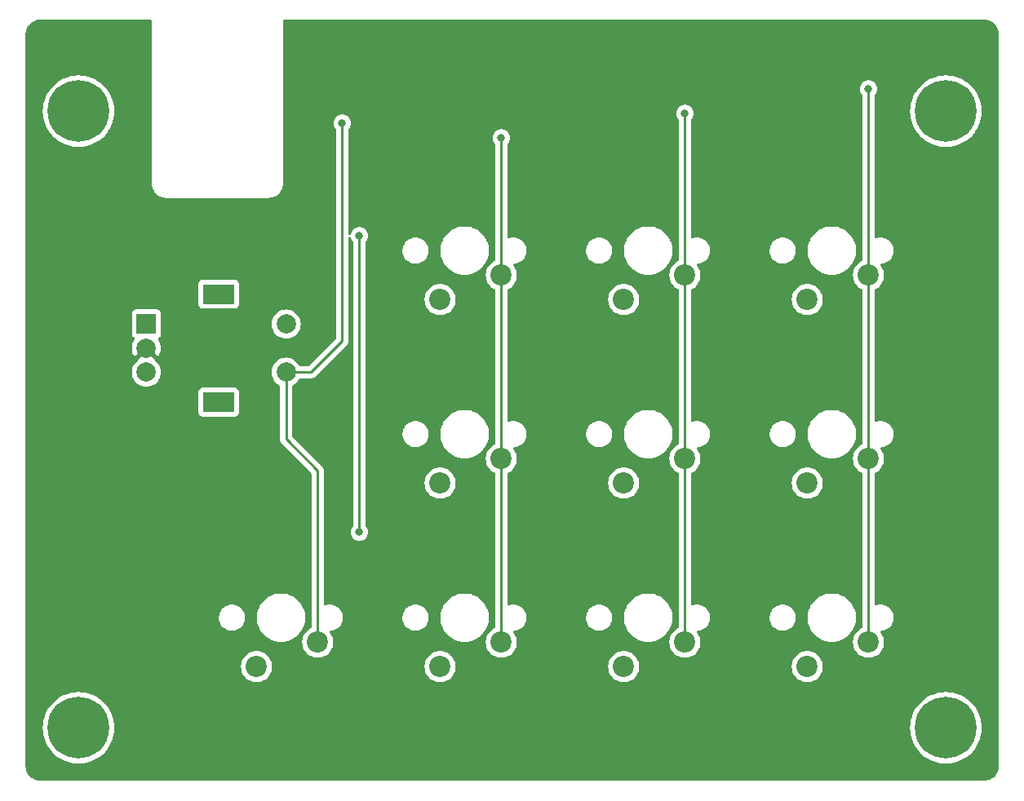
<source format=gbr>
%TF.GenerationSoftware,KiCad,Pcbnew,(6.0.4)*%
%TF.CreationDate,2022-05-17T18:27:42+01:00*%
%TF.ProjectId,MacroPad,4d616372-6f50-4616-942e-6b696361645f,rev?*%
%TF.SameCoordinates,Original*%
%TF.FileFunction,Copper,L2,Bot*%
%TF.FilePolarity,Positive*%
%FSLAX46Y46*%
G04 Gerber Fmt 4.6, Leading zero omitted, Abs format (unit mm)*
G04 Created by KiCad (PCBNEW (6.0.4)) date 2022-05-17 18:27:42*
%MOMM*%
%LPD*%
G01*
G04 APERTURE LIST*
%TA.AperFunction,ComponentPad*%
%ADD10C,6.400000*%
%TD*%
%TA.AperFunction,ComponentPad*%
%ADD11C,2.200000*%
%TD*%
%TA.AperFunction,ComponentPad*%
%ADD12R,2.000000X2.000000*%
%TD*%
%TA.AperFunction,ComponentPad*%
%ADD13C,2.000000*%
%TD*%
%TA.AperFunction,ComponentPad*%
%ADD14R,3.200000X2.000000*%
%TD*%
%TA.AperFunction,ViaPad*%
%ADD15C,0.800000*%
%TD*%
%TA.AperFunction,Conductor*%
%ADD16C,0.250000*%
%TD*%
G04 APERTURE END LIST*
D10*
%TO.P,UwU,1*%
%TO.N,N/C*%
X204000000Y-124000000D03*
%TD*%
D11*
%TO.P,SWM1,1,1*%
%TO.N,Net-(DM1-Pad1)*%
X132472000Y-117642000D03*
%TO.P,SWM1,2,2*%
%TO.N,Net-(PCB1-Pad3)*%
X138822000Y-115102000D03*
%TD*%
%TO.P,SW5,1,1*%
%TO.N,Net-(D5-Pad1)*%
X170572000Y-98592000D03*
%TO.P,SW5,2,2*%
%TO.N,Net-(PCB1-Pad1)*%
X176922000Y-96052000D03*
%TD*%
%TO.P,SW7,1,1*%
%TO.N,Net-(D7-Pad1)*%
X151522000Y-79542000D03*
%TO.P,SW7,2,2*%
%TO.N,Net-(PCB1-Pad2)*%
X157872000Y-77002000D03*
%TD*%
%TO.P,SW8,1,1*%
%TO.N,Net-(D8-Pad1)*%
X170572000Y-79542000D03*
%TO.P,SW8,2,2*%
%TO.N,Net-(PCB1-Pad1)*%
X176922000Y-77002000D03*
%TD*%
%TO.P,SW3,1,1*%
%TO.N,Net-(D3-Pad1)*%
X189622000Y-117642000D03*
%TO.P,SW3,2,2*%
%TO.N,Net-(PCB1-Pad0)*%
X195972000Y-115102000D03*
%TD*%
D10*
%TO.P,Daddy,1*%
%TO.N,N/C*%
X114000000Y-124000000D03*
%TD*%
%TO.P,me,1*%
%TO.N,N/C*%
X204000000Y-60000000D03*
%TD*%
D11*
%TO.P,SW4,1,1*%
%TO.N,Net-(D4-Pad1)*%
X151522000Y-98592000D03*
%TO.P,SW4,2,2*%
%TO.N,Net-(PCB1-Pad2)*%
X157872000Y-96052000D03*
%TD*%
D12*
%TO.P,SWR1,A,A*%
%TO.N,Net-(PCB1-PadA0)*%
X121042000Y-82082000D03*
D13*
%TO.P,SWR1,B,B*%
%TO.N,Net-(PCB1-PadA1)*%
X121042000Y-87082000D03*
%TO.P,SWR1,C,C*%
%TO.N,GND*%
X121042000Y-84582000D03*
D14*
%TO.P,SWR1,MP*%
%TO.N,N/C*%
X128542000Y-90182000D03*
X128542000Y-78982000D03*
D13*
%TO.P,SWR1,S1,S1*%
%TO.N,Net-(PCB1-Pad3)*%
X135542000Y-87082000D03*
%TO.P,SWR1,S2,S2*%
%TO.N,Net-(DR1-Pad1)*%
X135542000Y-82082000D03*
%TD*%
D11*
%TO.P,SW2,1,1*%
%TO.N,Net-(D2-Pad1)*%
X170572000Y-117642000D03*
%TO.P,SW2,2,2*%
%TO.N,Net-(PCB1-Pad1)*%
X176922000Y-115102000D03*
%TD*%
D10*
%TO.P,mount,1*%
%TO.N,N/C*%
X114000000Y-60000000D03*
%TD*%
D11*
%TO.P,SW9,1,1*%
%TO.N,Net-(D9-Pad1)*%
X189622000Y-79542000D03*
%TO.P,SW9,2,2*%
%TO.N,Net-(PCB1-Pad0)*%
X195972000Y-77002000D03*
%TD*%
%TO.P,SW6,1,1*%
%TO.N,Net-(D6-Pad1)*%
X189622000Y-98592000D03*
%TO.P,SW6,2,2*%
%TO.N,Net-(PCB1-Pad0)*%
X195972000Y-96052000D03*
%TD*%
%TO.P,SW1,1,1*%
%TO.N,Net-(D1-Pad1)*%
X151522000Y-117642000D03*
%TO.P,SW1,2,2*%
%TO.N,Net-(PCB1-Pad2)*%
X157872000Y-115102000D03*
%TD*%
D15*
%TO.N,Net-(D1-Pad2)*%
X143140000Y-103672000D03*
X143140000Y-72938000D03*
%TO.N,GND*%
X128408000Y-73192000D03*
X116724000Y-54650000D03*
X120280000Y-73192000D03*
%TO.N,Net-(PCB1-Pad3)*%
X141362000Y-61254000D03*
%TO.N,Net-(PCB1-Pad2)*%
X157872000Y-62778000D03*
%TO.N,Net-(PCB1-Pad1)*%
X176922000Y-60238000D03*
%TO.N,Net-(PCB1-Pad0)*%
X195972000Y-57698000D03*
%TD*%
D16*
%TO.N,Net-(D1-Pad2)*%
X143140000Y-72938000D02*
X143140000Y-103672000D01*
%TO.N,Net-(PCB1-Pad3)*%
X138140000Y-87082000D02*
X135542000Y-87082000D01*
X141362000Y-83860000D02*
X138140000Y-87082000D01*
X141362000Y-61254000D02*
X141362000Y-83860000D01*
X138822000Y-115102000D02*
X138822000Y-97420000D01*
X135542000Y-94042000D02*
X138822000Y-97322000D01*
X135542000Y-87082000D02*
X135542000Y-94042000D01*
%TO.N,Net-(PCB1-Pad2)*%
X157872000Y-96052000D02*
X157872000Y-77002000D01*
X157872000Y-115102000D02*
X157872000Y-96052000D01*
X157872000Y-77002000D02*
X157872000Y-62778000D01*
%TO.N,Net-(PCB1-Pad1)*%
X176922000Y-77002000D02*
X176922000Y-60238000D01*
X176922000Y-96052000D02*
X176922000Y-115102000D01*
X176922000Y-77002000D02*
X176922000Y-96052000D01*
%TO.N,Net-(PCB1-Pad0)*%
X195972000Y-115102000D02*
X195972000Y-96052000D01*
X195972000Y-96052000D02*
X195972000Y-77002000D01*
X195972000Y-77002000D02*
X195972000Y-57698000D01*
%TD*%
%TA.AperFunction,Conductor*%
%TO.N,GND*%
G36*
X121541621Y-50528502D02*
G01*
X121588114Y-50582158D01*
X121599500Y-50634500D01*
X121599500Y-67439233D01*
X121598000Y-67458618D01*
X121595690Y-67473451D01*
X121595690Y-67473455D01*
X121594309Y-67482324D01*
X121595792Y-67493662D01*
X121596535Y-67501006D01*
X121611041Y-67703830D01*
X121656908Y-67914679D01*
X121658480Y-67918894D01*
X121658481Y-67918897D01*
X121680343Y-67977510D01*
X121732315Y-68116854D01*
X121835728Y-68306240D01*
X121965040Y-68478981D01*
X122117619Y-68631560D01*
X122290360Y-68760872D01*
X122479746Y-68864285D01*
X122580834Y-68901989D01*
X122677703Y-68938119D01*
X122677706Y-68938120D01*
X122681921Y-68939692D01*
X122686311Y-68940647D01*
X122686318Y-68940649D01*
X122841229Y-68974347D01*
X122892770Y-68985559D01*
X123067535Y-68998059D01*
X123079446Y-68999484D01*
X123090648Y-69001369D01*
X123090655Y-69001370D01*
X123095448Y-69002176D01*
X123101724Y-69002252D01*
X123103140Y-69002270D01*
X123103143Y-69002270D01*
X123108000Y-69002329D01*
X123135624Y-68998373D01*
X123153486Y-68997100D01*
X133654750Y-68997100D01*
X133675655Y-68998846D01*
X133690656Y-69001370D01*
X133690659Y-69001370D01*
X133695448Y-69002176D01*
X133701687Y-69002252D01*
X133703140Y-69002270D01*
X133703143Y-69002270D01*
X133708000Y-69002329D01*
X133722790Y-69000211D01*
X133731643Y-68999262D01*
X133918742Y-68985880D01*
X133923230Y-68985559D01*
X133974771Y-68974347D01*
X134129682Y-68940649D01*
X134129689Y-68940647D01*
X134134079Y-68939692D01*
X134138294Y-68938120D01*
X134138297Y-68938119D01*
X134235166Y-68901989D01*
X134336254Y-68864285D01*
X134525640Y-68760872D01*
X134698381Y-68631560D01*
X134850960Y-68478981D01*
X134980272Y-68306240D01*
X135083685Y-68116854D01*
X135135657Y-67977510D01*
X135157519Y-67918897D01*
X135157520Y-67918894D01*
X135159092Y-67914679D01*
X135204959Y-67703830D01*
X135217459Y-67529065D01*
X135218884Y-67517154D01*
X135220769Y-67505952D01*
X135220770Y-67505945D01*
X135221576Y-67501152D01*
X135221653Y-67494876D01*
X135221670Y-67493460D01*
X135221670Y-67493457D01*
X135221729Y-67488600D01*
X135217773Y-67460976D01*
X135216500Y-67443114D01*
X135216500Y-50634500D01*
X135236502Y-50566379D01*
X135290158Y-50519886D01*
X135342500Y-50508500D01*
X207950633Y-50508500D01*
X207970018Y-50510000D01*
X207984851Y-50512310D01*
X207984855Y-50512310D01*
X207993724Y-50513691D01*
X208008981Y-50511696D01*
X208034302Y-50510953D01*
X208203285Y-50523039D01*
X208221064Y-50525596D01*
X208408542Y-50566379D01*
X208411392Y-50566999D01*
X208428641Y-50572063D01*
X208611150Y-50640136D01*
X208627502Y-50647604D01*
X208798458Y-50740952D01*
X208813582Y-50750672D01*
X208969514Y-50867402D01*
X208983100Y-50879175D01*
X209120825Y-51016900D01*
X209132598Y-51030486D01*
X209249328Y-51186418D01*
X209259048Y-51201542D01*
X209352396Y-51372498D01*
X209359864Y-51388850D01*
X209427937Y-51571359D01*
X209433001Y-51588607D01*
X209474404Y-51778936D01*
X209476962Y-51796721D01*
X209488540Y-51958601D01*
X209487793Y-51976565D01*
X209487692Y-51984845D01*
X209486309Y-51993724D01*
X209487474Y-52002630D01*
X209490436Y-52025283D01*
X209491500Y-52041621D01*
X209491500Y-127950633D01*
X209490000Y-127970018D01*
X209487690Y-127984851D01*
X209487690Y-127984855D01*
X209486309Y-127993724D01*
X209488136Y-128007693D01*
X209488304Y-128008976D01*
X209489047Y-128034305D01*
X209476962Y-128203279D01*
X209474404Y-128221064D01*
X209456598Y-128302919D01*
X209433001Y-128411392D01*
X209427937Y-128428641D01*
X209359864Y-128611150D01*
X209352396Y-128627502D01*
X209259048Y-128798458D01*
X209249328Y-128813582D01*
X209132598Y-128969514D01*
X209120825Y-128983100D01*
X208983100Y-129120825D01*
X208969514Y-129132598D01*
X208813582Y-129249328D01*
X208798458Y-129259048D01*
X208627502Y-129352396D01*
X208611150Y-129359864D01*
X208428641Y-129427937D01*
X208411393Y-129433001D01*
X208221064Y-129474404D01*
X208203285Y-129476961D01*
X208041395Y-129488540D01*
X208023435Y-129487793D01*
X208015155Y-129487692D01*
X208006276Y-129486309D01*
X207974714Y-129490436D01*
X207958379Y-129491500D01*
X110049367Y-129491500D01*
X110029982Y-129490000D01*
X110015149Y-129487690D01*
X110015145Y-129487690D01*
X110006276Y-129486309D01*
X109991019Y-129488304D01*
X109965698Y-129489047D01*
X109796715Y-129476961D01*
X109778936Y-129474404D01*
X109588607Y-129433001D01*
X109571359Y-129427937D01*
X109388850Y-129359864D01*
X109372498Y-129352396D01*
X109201542Y-129259048D01*
X109186418Y-129249328D01*
X109030486Y-129132598D01*
X109016900Y-129120825D01*
X108879175Y-128983100D01*
X108867402Y-128969514D01*
X108750672Y-128813582D01*
X108740952Y-128798458D01*
X108647604Y-128627502D01*
X108640136Y-128611150D01*
X108572063Y-128428641D01*
X108566999Y-128411392D01*
X108543402Y-128302919D01*
X108525596Y-128221064D01*
X108523038Y-128203278D01*
X108511719Y-128045012D01*
X108512805Y-128022245D01*
X108512334Y-128022203D01*
X108512770Y-128017345D01*
X108513576Y-128012552D01*
X108513729Y-128000000D01*
X108509773Y-127972376D01*
X108508500Y-127954514D01*
X108508500Y-124000000D01*
X110286411Y-124000000D01*
X110306754Y-124388176D01*
X110367562Y-124772099D01*
X110468167Y-125147562D01*
X110607468Y-125510453D01*
X110783938Y-125856794D01*
X110995643Y-126182793D01*
X111240266Y-126484876D01*
X111515124Y-126759734D01*
X111817207Y-127004357D01*
X112143205Y-127216062D01*
X112146139Y-127217557D01*
X112146146Y-127217561D01*
X112486607Y-127391034D01*
X112489547Y-127392532D01*
X112852438Y-127531833D01*
X113227901Y-127632438D01*
X113431793Y-127664732D01*
X113608576Y-127692732D01*
X113608584Y-127692733D01*
X113611824Y-127693246D01*
X114000000Y-127713589D01*
X114388176Y-127693246D01*
X114391416Y-127692733D01*
X114391424Y-127692732D01*
X114568207Y-127664732D01*
X114772099Y-127632438D01*
X115147562Y-127531833D01*
X115510453Y-127392532D01*
X115513393Y-127391034D01*
X115853854Y-127217561D01*
X115853861Y-127217557D01*
X115856795Y-127216062D01*
X116182793Y-127004357D01*
X116484876Y-126759734D01*
X116759734Y-126484876D01*
X117004357Y-126182793D01*
X117216062Y-125856794D01*
X117392532Y-125510453D01*
X117531833Y-125147562D01*
X117632438Y-124772099D01*
X117693246Y-124388176D01*
X117713589Y-124000000D01*
X200286411Y-124000000D01*
X200306754Y-124388176D01*
X200367562Y-124772099D01*
X200468167Y-125147562D01*
X200607468Y-125510453D01*
X200783938Y-125856794D01*
X200995643Y-126182793D01*
X201240266Y-126484876D01*
X201515124Y-126759734D01*
X201817207Y-127004357D01*
X202143205Y-127216062D01*
X202146139Y-127217557D01*
X202146146Y-127217561D01*
X202486607Y-127391034D01*
X202489547Y-127392532D01*
X202852438Y-127531833D01*
X203227901Y-127632438D01*
X203431793Y-127664732D01*
X203608576Y-127692732D01*
X203608584Y-127692733D01*
X203611824Y-127693246D01*
X204000000Y-127713589D01*
X204388176Y-127693246D01*
X204391416Y-127692733D01*
X204391424Y-127692732D01*
X204568207Y-127664732D01*
X204772099Y-127632438D01*
X205147562Y-127531833D01*
X205510453Y-127392532D01*
X205513393Y-127391034D01*
X205853854Y-127217561D01*
X205853861Y-127217557D01*
X205856795Y-127216062D01*
X206182793Y-127004357D01*
X206484876Y-126759734D01*
X206759734Y-126484876D01*
X207004357Y-126182793D01*
X207216062Y-125856794D01*
X207392532Y-125510453D01*
X207531833Y-125147562D01*
X207632438Y-124772099D01*
X207693246Y-124388176D01*
X207713589Y-124000000D01*
X207693246Y-123611824D01*
X207632438Y-123227901D01*
X207531833Y-122852438D01*
X207392532Y-122489547D01*
X207216062Y-122143206D01*
X207004357Y-121817207D01*
X206759734Y-121515124D01*
X206484876Y-121240266D01*
X206182793Y-120995643D01*
X205856795Y-120783938D01*
X205853861Y-120782443D01*
X205853854Y-120782439D01*
X205513393Y-120608966D01*
X205510453Y-120607468D01*
X205147562Y-120468167D01*
X204772099Y-120367562D01*
X204568207Y-120335268D01*
X204391424Y-120307268D01*
X204391416Y-120307267D01*
X204388176Y-120306754D01*
X204000000Y-120286411D01*
X203611824Y-120306754D01*
X203608584Y-120307267D01*
X203608576Y-120307268D01*
X203431793Y-120335268D01*
X203227901Y-120367562D01*
X202852438Y-120468167D01*
X202489547Y-120607468D01*
X202486607Y-120608966D01*
X202146147Y-120782439D01*
X202146140Y-120782443D01*
X202143206Y-120783938D01*
X201817207Y-120995643D01*
X201515124Y-121240266D01*
X201240266Y-121515124D01*
X200995643Y-121817207D01*
X200783938Y-122143206D01*
X200607468Y-122489547D01*
X200468167Y-122852438D01*
X200367562Y-123227901D01*
X200306754Y-123611824D01*
X200286411Y-124000000D01*
X117713589Y-124000000D01*
X117693246Y-123611824D01*
X117632438Y-123227901D01*
X117531833Y-122852438D01*
X117392532Y-122489547D01*
X117216062Y-122143206D01*
X117004357Y-121817207D01*
X116759734Y-121515124D01*
X116484876Y-121240266D01*
X116182793Y-120995643D01*
X115856795Y-120783938D01*
X115853861Y-120782443D01*
X115853854Y-120782439D01*
X115513393Y-120608966D01*
X115510453Y-120607468D01*
X115147562Y-120468167D01*
X114772099Y-120367562D01*
X114568207Y-120335268D01*
X114391424Y-120307268D01*
X114391416Y-120307267D01*
X114388176Y-120306754D01*
X114000000Y-120286411D01*
X113611824Y-120306754D01*
X113608584Y-120307267D01*
X113608576Y-120307268D01*
X113431793Y-120335268D01*
X113227901Y-120367562D01*
X112852438Y-120468167D01*
X112489547Y-120607468D01*
X112486607Y-120608966D01*
X112146147Y-120782439D01*
X112146140Y-120782443D01*
X112143206Y-120783938D01*
X111817207Y-120995643D01*
X111515124Y-121240266D01*
X111240266Y-121515124D01*
X110995643Y-121817207D01*
X110783938Y-122143206D01*
X110607468Y-122489547D01*
X110468167Y-122852438D01*
X110367562Y-123227901D01*
X110306754Y-123611824D01*
X110286411Y-124000000D01*
X108508500Y-124000000D01*
X108508500Y-117642000D01*
X130858526Y-117642000D01*
X130878391Y-117894403D01*
X130937495Y-118140591D01*
X131034384Y-118374502D01*
X131166672Y-118590376D01*
X131331102Y-118782898D01*
X131523624Y-118947328D01*
X131739498Y-119079616D01*
X131744068Y-119081509D01*
X131744072Y-119081511D01*
X131968836Y-119174611D01*
X131973409Y-119176505D01*
X132058032Y-119196821D01*
X132214784Y-119234454D01*
X132214790Y-119234455D01*
X132219597Y-119235609D01*
X132472000Y-119255474D01*
X132724403Y-119235609D01*
X132729210Y-119234455D01*
X132729216Y-119234454D01*
X132885968Y-119196821D01*
X132970591Y-119176505D01*
X132975164Y-119174611D01*
X133199928Y-119081511D01*
X133199932Y-119081509D01*
X133204502Y-119079616D01*
X133420376Y-118947328D01*
X133612898Y-118782898D01*
X133777328Y-118590376D01*
X133909616Y-118374502D01*
X134006505Y-118140591D01*
X134065609Y-117894403D01*
X134085474Y-117642000D01*
X149908526Y-117642000D01*
X149928391Y-117894403D01*
X149987495Y-118140591D01*
X150084384Y-118374502D01*
X150216672Y-118590376D01*
X150381102Y-118782898D01*
X150573624Y-118947328D01*
X150789498Y-119079616D01*
X150794068Y-119081509D01*
X150794072Y-119081511D01*
X151018836Y-119174611D01*
X151023409Y-119176505D01*
X151108032Y-119196821D01*
X151264784Y-119234454D01*
X151264790Y-119234455D01*
X151269597Y-119235609D01*
X151522000Y-119255474D01*
X151774403Y-119235609D01*
X151779210Y-119234455D01*
X151779216Y-119234454D01*
X151935968Y-119196821D01*
X152020591Y-119176505D01*
X152025164Y-119174611D01*
X152249928Y-119081511D01*
X152249932Y-119081509D01*
X152254502Y-119079616D01*
X152470376Y-118947328D01*
X152662898Y-118782898D01*
X152827328Y-118590376D01*
X152959616Y-118374502D01*
X153056505Y-118140591D01*
X153115609Y-117894403D01*
X153135474Y-117642000D01*
X168958526Y-117642000D01*
X168978391Y-117894403D01*
X169037495Y-118140591D01*
X169134384Y-118374502D01*
X169266672Y-118590376D01*
X169431102Y-118782898D01*
X169623624Y-118947328D01*
X169839498Y-119079616D01*
X169844068Y-119081509D01*
X169844072Y-119081511D01*
X170068836Y-119174611D01*
X170073409Y-119176505D01*
X170158032Y-119196821D01*
X170314784Y-119234454D01*
X170314790Y-119234455D01*
X170319597Y-119235609D01*
X170572000Y-119255474D01*
X170824403Y-119235609D01*
X170829210Y-119234455D01*
X170829216Y-119234454D01*
X170985968Y-119196821D01*
X171070591Y-119176505D01*
X171075164Y-119174611D01*
X171299928Y-119081511D01*
X171299932Y-119081509D01*
X171304502Y-119079616D01*
X171520376Y-118947328D01*
X171712898Y-118782898D01*
X171877328Y-118590376D01*
X172009616Y-118374502D01*
X172106505Y-118140591D01*
X172165609Y-117894403D01*
X172185474Y-117642000D01*
X188008526Y-117642000D01*
X188028391Y-117894403D01*
X188087495Y-118140591D01*
X188184384Y-118374502D01*
X188316672Y-118590376D01*
X188481102Y-118782898D01*
X188673624Y-118947328D01*
X188889498Y-119079616D01*
X188894068Y-119081509D01*
X188894072Y-119081511D01*
X189118836Y-119174611D01*
X189123409Y-119176505D01*
X189208032Y-119196821D01*
X189364784Y-119234454D01*
X189364790Y-119234455D01*
X189369597Y-119235609D01*
X189622000Y-119255474D01*
X189874403Y-119235609D01*
X189879210Y-119234455D01*
X189879216Y-119234454D01*
X190035968Y-119196821D01*
X190120591Y-119176505D01*
X190125164Y-119174611D01*
X190349928Y-119081511D01*
X190349932Y-119081509D01*
X190354502Y-119079616D01*
X190570376Y-118947328D01*
X190762898Y-118782898D01*
X190927328Y-118590376D01*
X191059616Y-118374502D01*
X191156505Y-118140591D01*
X191215609Y-117894403D01*
X191235474Y-117642000D01*
X191215609Y-117389597D01*
X191156505Y-117143409D01*
X191059616Y-116909498D01*
X190927328Y-116693624D01*
X190762898Y-116501102D01*
X190570376Y-116336672D01*
X190354502Y-116204384D01*
X190349932Y-116202491D01*
X190349928Y-116202489D01*
X190125164Y-116109389D01*
X190125162Y-116109388D01*
X190120591Y-116107495D01*
X190035968Y-116087179D01*
X189879216Y-116049546D01*
X189879210Y-116049545D01*
X189874403Y-116048391D01*
X189622000Y-116028526D01*
X189369597Y-116048391D01*
X189364790Y-116049545D01*
X189364784Y-116049546D01*
X189208032Y-116087179D01*
X189123409Y-116107495D01*
X189118838Y-116109388D01*
X189118836Y-116109389D01*
X188894072Y-116202489D01*
X188894068Y-116202491D01*
X188889498Y-116204384D01*
X188673624Y-116336672D01*
X188481102Y-116501102D01*
X188316672Y-116693624D01*
X188184384Y-116909498D01*
X188087495Y-117143409D01*
X188028391Y-117389597D01*
X188008526Y-117642000D01*
X172185474Y-117642000D01*
X172165609Y-117389597D01*
X172106505Y-117143409D01*
X172009616Y-116909498D01*
X171877328Y-116693624D01*
X171712898Y-116501102D01*
X171520376Y-116336672D01*
X171304502Y-116204384D01*
X171299932Y-116202491D01*
X171299928Y-116202489D01*
X171075164Y-116109389D01*
X171075162Y-116109388D01*
X171070591Y-116107495D01*
X170985968Y-116087179D01*
X170829216Y-116049546D01*
X170829210Y-116049545D01*
X170824403Y-116048391D01*
X170572000Y-116028526D01*
X170319597Y-116048391D01*
X170314790Y-116049545D01*
X170314784Y-116049546D01*
X170158032Y-116087179D01*
X170073409Y-116107495D01*
X170068838Y-116109388D01*
X170068836Y-116109389D01*
X169844072Y-116202489D01*
X169844068Y-116202491D01*
X169839498Y-116204384D01*
X169623624Y-116336672D01*
X169431102Y-116501102D01*
X169266672Y-116693624D01*
X169134384Y-116909498D01*
X169037495Y-117143409D01*
X168978391Y-117389597D01*
X168958526Y-117642000D01*
X153135474Y-117642000D01*
X153115609Y-117389597D01*
X153056505Y-117143409D01*
X152959616Y-116909498D01*
X152827328Y-116693624D01*
X152662898Y-116501102D01*
X152470376Y-116336672D01*
X152254502Y-116204384D01*
X152249932Y-116202491D01*
X152249928Y-116202489D01*
X152025164Y-116109389D01*
X152025162Y-116109388D01*
X152020591Y-116107495D01*
X151935968Y-116087179D01*
X151779216Y-116049546D01*
X151779210Y-116049545D01*
X151774403Y-116048391D01*
X151522000Y-116028526D01*
X151269597Y-116048391D01*
X151264790Y-116049545D01*
X151264784Y-116049546D01*
X151108032Y-116087179D01*
X151023409Y-116107495D01*
X151018838Y-116109388D01*
X151018836Y-116109389D01*
X150794072Y-116202489D01*
X150794068Y-116202491D01*
X150789498Y-116204384D01*
X150573624Y-116336672D01*
X150381102Y-116501102D01*
X150216672Y-116693624D01*
X150084384Y-116909498D01*
X149987495Y-117143409D01*
X149928391Y-117389597D01*
X149908526Y-117642000D01*
X134085474Y-117642000D01*
X134065609Y-117389597D01*
X134006505Y-117143409D01*
X133909616Y-116909498D01*
X133777328Y-116693624D01*
X133612898Y-116501102D01*
X133420376Y-116336672D01*
X133204502Y-116204384D01*
X133199932Y-116202491D01*
X133199928Y-116202489D01*
X132975164Y-116109389D01*
X132975162Y-116109388D01*
X132970591Y-116107495D01*
X132885968Y-116087179D01*
X132729216Y-116049546D01*
X132729210Y-116049545D01*
X132724403Y-116048391D01*
X132472000Y-116028526D01*
X132219597Y-116048391D01*
X132214790Y-116049545D01*
X132214784Y-116049546D01*
X132058032Y-116087179D01*
X131973409Y-116107495D01*
X131968838Y-116109388D01*
X131968836Y-116109389D01*
X131744072Y-116202489D01*
X131744068Y-116202491D01*
X131739498Y-116204384D01*
X131523624Y-116336672D01*
X131331102Y-116501102D01*
X131166672Y-116693624D01*
X131034384Y-116909498D01*
X130937495Y-117143409D01*
X130878391Y-117389597D01*
X130858526Y-117642000D01*
X108508500Y-117642000D01*
X108508500Y-112497774D01*
X128570102Y-112497774D01*
X128578751Y-112728158D01*
X128626093Y-112953791D01*
X128710776Y-113168221D01*
X128830377Y-113365317D01*
X128833874Y-113369347D01*
X128920438Y-113469103D01*
X128981477Y-113539445D01*
X128985608Y-113542832D01*
X129155627Y-113682240D01*
X129155633Y-113682244D01*
X129159755Y-113685624D01*
X129164391Y-113688263D01*
X129164394Y-113688265D01*
X129273422Y-113750327D01*
X129360114Y-113799675D01*
X129576825Y-113878337D01*
X129582074Y-113879286D01*
X129582077Y-113879287D01*
X129799608Y-113918623D01*
X129799615Y-113918624D01*
X129803692Y-113919361D01*
X129821414Y-113920197D01*
X129826356Y-113920430D01*
X129826363Y-113920430D01*
X129827844Y-113920500D01*
X129989890Y-113920500D01*
X130056809Y-113914822D01*
X130156409Y-113906371D01*
X130156413Y-113906370D01*
X130161720Y-113905920D01*
X130166875Y-113904582D01*
X130166881Y-113904581D01*
X130379703Y-113849343D01*
X130379707Y-113849342D01*
X130384872Y-113848001D01*
X130389738Y-113845809D01*
X130389741Y-113845808D01*
X130590202Y-113755507D01*
X130595075Y-113753312D01*
X130786319Y-113624559D01*
X130953135Y-113465424D01*
X131090754Y-113280458D01*
X131195240Y-113074949D01*
X131208274Y-113032975D01*
X131262024Y-112859871D01*
X131263607Y-112854773D01*
X131264308Y-112849484D01*
X131281493Y-112719821D01*
X132503500Y-112719821D01*
X132543060Y-113032975D01*
X132621557Y-113338702D01*
X132623010Y-113342371D01*
X132623010Y-113342372D01*
X132734268Y-113623376D01*
X132737753Y-113632179D01*
X132739659Y-113635647D01*
X132739660Y-113635648D01*
X132873603Y-113879287D01*
X132889816Y-113908779D01*
X133075346Y-114164140D01*
X133254577Y-114355001D01*
X133272486Y-114374072D01*
X133291418Y-114394233D01*
X133534625Y-114595432D01*
X133801131Y-114764562D01*
X133804710Y-114766246D01*
X133804717Y-114766250D01*
X134083144Y-114897267D01*
X134083148Y-114897269D01*
X134086734Y-114898956D01*
X134386928Y-114996495D01*
X134696980Y-115055641D01*
X134933162Y-115070500D01*
X135090838Y-115070500D01*
X135327020Y-115055641D01*
X135637072Y-114996495D01*
X135937266Y-114898956D01*
X135940852Y-114897269D01*
X135940856Y-114897267D01*
X136219283Y-114766250D01*
X136219290Y-114766246D01*
X136222869Y-114764562D01*
X136489375Y-114595432D01*
X136732582Y-114394233D01*
X136751515Y-114374072D01*
X136769423Y-114355001D01*
X136948654Y-114164140D01*
X137134184Y-113908779D01*
X137150398Y-113879287D01*
X137284340Y-113635648D01*
X137284341Y-113635647D01*
X137286247Y-113632179D01*
X137289733Y-113623376D01*
X137400990Y-113342372D01*
X137400990Y-113342371D01*
X137402443Y-113338702D01*
X137480940Y-113032975D01*
X137520500Y-112719821D01*
X137520500Y-112404179D01*
X137480940Y-112091025D01*
X137402443Y-111785298D01*
X137352270Y-111658576D01*
X137287702Y-111495495D01*
X137287700Y-111495490D01*
X137286247Y-111491821D01*
X137219653Y-111370688D01*
X137136093Y-111218693D01*
X137136091Y-111218690D01*
X137134184Y-111215221D01*
X136948654Y-110959860D01*
X136732582Y-110729767D01*
X136489375Y-110528568D01*
X136222869Y-110359438D01*
X136219290Y-110357754D01*
X136219283Y-110357750D01*
X135940856Y-110226733D01*
X135940852Y-110226731D01*
X135937266Y-110225044D01*
X135637072Y-110127505D01*
X135327020Y-110068359D01*
X135090838Y-110053500D01*
X134933162Y-110053500D01*
X134696980Y-110068359D01*
X134386928Y-110127505D01*
X134086734Y-110225044D01*
X134083148Y-110226731D01*
X134083144Y-110226733D01*
X133804717Y-110357750D01*
X133804710Y-110357754D01*
X133801131Y-110359438D01*
X133534625Y-110528568D01*
X133291418Y-110729767D01*
X133075346Y-110959860D01*
X132889816Y-111215221D01*
X132887909Y-111218690D01*
X132887907Y-111218693D01*
X132804347Y-111370688D01*
X132737753Y-111491821D01*
X132736300Y-111495490D01*
X132736298Y-111495495D01*
X132671730Y-111658576D01*
X132621557Y-111785298D01*
X132543060Y-112091025D01*
X132503500Y-112404179D01*
X132503500Y-112719821D01*
X131281493Y-112719821D01*
X131293198Y-112631511D01*
X131293198Y-112631506D01*
X131293898Y-112626226D01*
X131285249Y-112395842D01*
X131237907Y-112170209D01*
X131153224Y-111955779D01*
X131033623Y-111758683D01*
X130946755Y-111658576D01*
X130886023Y-111588588D01*
X130886021Y-111588586D01*
X130882523Y-111584555D01*
X130840970Y-111550484D01*
X130708373Y-111441760D01*
X130708367Y-111441756D01*
X130704245Y-111438376D01*
X130699609Y-111435737D01*
X130699606Y-111435735D01*
X130508529Y-111326968D01*
X130503886Y-111324325D01*
X130287175Y-111245663D01*
X130281926Y-111244714D01*
X130281923Y-111244713D01*
X130064392Y-111205377D01*
X130064385Y-111205376D01*
X130060308Y-111204639D01*
X130042586Y-111203803D01*
X130037644Y-111203570D01*
X130037637Y-111203570D01*
X130036156Y-111203500D01*
X129874110Y-111203500D01*
X129807191Y-111209178D01*
X129707591Y-111217629D01*
X129707587Y-111217630D01*
X129702280Y-111218080D01*
X129697125Y-111219418D01*
X129697119Y-111219419D01*
X129484297Y-111274657D01*
X129484293Y-111274658D01*
X129479128Y-111275999D01*
X129474262Y-111278191D01*
X129474259Y-111278192D01*
X129365980Y-111326968D01*
X129268925Y-111370688D01*
X129077681Y-111499441D01*
X128910865Y-111658576D01*
X128773246Y-111843542D01*
X128668760Y-112049051D01*
X128667178Y-112054145D01*
X128667177Y-112054148D01*
X128605115Y-112254020D01*
X128600393Y-112269227D01*
X128599692Y-112274516D01*
X128584304Y-112390623D01*
X128570102Y-112497774D01*
X108508500Y-112497774D01*
X108508500Y-91230134D01*
X126433500Y-91230134D01*
X126440255Y-91292316D01*
X126491385Y-91428705D01*
X126578739Y-91545261D01*
X126695295Y-91632615D01*
X126831684Y-91683745D01*
X126893866Y-91690500D01*
X130190134Y-91690500D01*
X130252316Y-91683745D01*
X130388705Y-91632615D01*
X130505261Y-91545261D01*
X130592615Y-91428705D01*
X130643745Y-91292316D01*
X130650500Y-91230134D01*
X130650500Y-89133866D01*
X130643745Y-89071684D01*
X130592615Y-88935295D01*
X130505261Y-88818739D01*
X130388705Y-88731385D01*
X130252316Y-88680255D01*
X130190134Y-88673500D01*
X126893866Y-88673500D01*
X126831684Y-88680255D01*
X126695295Y-88731385D01*
X126578739Y-88818739D01*
X126491385Y-88935295D01*
X126440255Y-89071684D01*
X126433500Y-89133866D01*
X126433500Y-91230134D01*
X108508500Y-91230134D01*
X108508500Y-87082000D01*
X119528835Y-87082000D01*
X119547465Y-87318711D01*
X119602895Y-87549594D01*
X119604788Y-87554165D01*
X119604789Y-87554167D01*
X119676807Y-87728034D01*
X119693760Y-87768963D01*
X119696346Y-87773183D01*
X119815241Y-87967202D01*
X119815245Y-87967208D01*
X119817824Y-87971416D01*
X119972031Y-88151969D01*
X120152584Y-88306176D01*
X120156792Y-88308755D01*
X120156798Y-88308759D01*
X120348335Y-88426133D01*
X120355037Y-88430240D01*
X120359607Y-88432133D01*
X120359611Y-88432135D01*
X120569833Y-88519211D01*
X120574406Y-88521105D01*
X120626310Y-88533566D01*
X120800476Y-88575380D01*
X120800482Y-88575381D01*
X120805289Y-88576535D01*
X121042000Y-88595165D01*
X121278711Y-88576535D01*
X121283518Y-88575381D01*
X121283524Y-88575380D01*
X121457690Y-88533566D01*
X121509594Y-88521105D01*
X121514167Y-88519211D01*
X121724389Y-88432135D01*
X121724393Y-88432133D01*
X121728963Y-88430240D01*
X121735665Y-88426133D01*
X121927202Y-88308759D01*
X121927208Y-88308755D01*
X121931416Y-88306176D01*
X122111969Y-88151969D01*
X122266176Y-87971416D01*
X122268755Y-87967208D01*
X122268759Y-87967202D01*
X122387654Y-87773183D01*
X122390240Y-87768963D01*
X122407194Y-87728034D01*
X122479211Y-87554167D01*
X122479212Y-87554165D01*
X122481105Y-87549594D01*
X122536535Y-87318711D01*
X122555165Y-87082000D01*
X134028835Y-87082000D01*
X134047465Y-87318711D01*
X134102895Y-87549594D01*
X134104788Y-87554165D01*
X134104789Y-87554167D01*
X134176807Y-87728034D01*
X134193760Y-87768963D01*
X134196346Y-87773183D01*
X134315241Y-87967202D01*
X134315245Y-87967208D01*
X134317824Y-87971416D01*
X134472031Y-88151969D01*
X134652584Y-88306176D01*
X134656792Y-88308755D01*
X134656798Y-88308759D01*
X134848335Y-88426133D01*
X134895966Y-88478781D01*
X134908500Y-88533566D01*
X134908500Y-93963233D01*
X134907973Y-93974416D01*
X134906298Y-93981909D01*
X134906547Y-93989835D01*
X134906547Y-93989836D01*
X134908438Y-94049986D01*
X134908500Y-94053945D01*
X134908500Y-94081856D01*
X134908997Y-94085790D01*
X134908997Y-94085791D01*
X134909005Y-94085856D01*
X134909938Y-94097693D01*
X134911327Y-94141889D01*
X134916978Y-94161339D01*
X134920987Y-94180700D01*
X134923526Y-94200797D01*
X134926445Y-94208168D01*
X134926445Y-94208170D01*
X134939804Y-94241912D01*
X134943649Y-94253142D01*
X134955982Y-94295593D01*
X134960015Y-94302412D01*
X134960017Y-94302417D01*
X134966293Y-94313028D01*
X134974988Y-94330776D01*
X134982448Y-94349617D01*
X134987110Y-94356033D01*
X134987110Y-94356034D01*
X135008436Y-94385387D01*
X135014952Y-94395307D01*
X135037458Y-94433362D01*
X135051779Y-94447683D01*
X135064619Y-94462716D01*
X135076528Y-94479107D01*
X135093119Y-94492832D01*
X135110605Y-94507298D01*
X135119384Y-94515288D01*
X138151595Y-97547499D01*
X138185621Y-97609811D01*
X138188500Y-97636594D01*
X138188500Y-113539185D01*
X138168498Y-113607306D01*
X138110720Y-113655593D01*
X138094075Y-113662488D01*
X138089498Y-113664384D01*
X137873624Y-113796672D01*
X137681102Y-113961102D01*
X137516672Y-114153624D01*
X137384384Y-114369498D01*
X137382491Y-114374068D01*
X137382489Y-114374072D01*
X137289389Y-114598836D01*
X137287495Y-114603409D01*
X137286340Y-114608221D01*
X137248401Y-114766250D01*
X137228391Y-114849597D01*
X137208526Y-115102000D01*
X137228391Y-115354403D01*
X137287495Y-115600591D01*
X137384384Y-115834502D01*
X137516672Y-116050376D01*
X137681102Y-116242898D01*
X137873624Y-116407328D01*
X138089498Y-116539616D01*
X138094068Y-116541509D01*
X138094072Y-116541511D01*
X138318836Y-116634611D01*
X138323409Y-116636505D01*
X138408032Y-116656821D01*
X138564784Y-116694454D01*
X138564790Y-116694455D01*
X138569597Y-116695609D01*
X138822000Y-116715474D01*
X139074403Y-116695609D01*
X139079210Y-116694455D01*
X139079216Y-116694454D01*
X139235968Y-116656821D01*
X139320591Y-116636505D01*
X139325164Y-116634611D01*
X139549928Y-116541511D01*
X139549932Y-116541509D01*
X139554502Y-116539616D01*
X139770376Y-116407328D01*
X139962898Y-116242898D01*
X140127328Y-116050376D01*
X140259616Y-115834502D01*
X140356505Y-115600591D01*
X140415609Y-115354403D01*
X140435474Y-115102000D01*
X156258526Y-115102000D01*
X156278391Y-115354403D01*
X156337495Y-115600591D01*
X156434384Y-115834502D01*
X156566672Y-116050376D01*
X156731102Y-116242898D01*
X156923624Y-116407328D01*
X157139498Y-116539616D01*
X157144068Y-116541509D01*
X157144072Y-116541511D01*
X157368836Y-116634611D01*
X157373409Y-116636505D01*
X157458032Y-116656821D01*
X157614784Y-116694454D01*
X157614790Y-116694455D01*
X157619597Y-116695609D01*
X157872000Y-116715474D01*
X158124403Y-116695609D01*
X158129210Y-116694455D01*
X158129216Y-116694454D01*
X158285968Y-116656821D01*
X158370591Y-116636505D01*
X158375164Y-116634611D01*
X158599928Y-116541511D01*
X158599932Y-116541509D01*
X158604502Y-116539616D01*
X158820376Y-116407328D01*
X159012898Y-116242898D01*
X159177328Y-116050376D01*
X159309616Y-115834502D01*
X159406505Y-115600591D01*
X159465609Y-115354403D01*
X159485474Y-115102000D01*
X175308526Y-115102000D01*
X175328391Y-115354403D01*
X175387495Y-115600591D01*
X175484384Y-115834502D01*
X175616672Y-116050376D01*
X175781102Y-116242898D01*
X175973624Y-116407328D01*
X176189498Y-116539616D01*
X176194068Y-116541509D01*
X176194072Y-116541511D01*
X176418836Y-116634611D01*
X176423409Y-116636505D01*
X176508032Y-116656821D01*
X176664784Y-116694454D01*
X176664790Y-116694455D01*
X176669597Y-116695609D01*
X176922000Y-116715474D01*
X177174403Y-116695609D01*
X177179210Y-116694455D01*
X177179216Y-116694454D01*
X177335968Y-116656821D01*
X177420591Y-116636505D01*
X177425164Y-116634611D01*
X177649928Y-116541511D01*
X177649932Y-116541509D01*
X177654502Y-116539616D01*
X177870376Y-116407328D01*
X178062898Y-116242898D01*
X178227328Y-116050376D01*
X178359616Y-115834502D01*
X178456505Y-115600591D01*
X178515609Y-115354403D01*
X178535474Y-115102000D01*
X194358526Y-115102000D01*
X194378391Y-115354403D01*
X194437495Y-115600591D01*
X194534384Y-115834502D01*
X194666672Y-116050376D01*
X194831102Y-116242898D01*
X195023624Y-116407328D01*
X195239498Y-116539616D01*
X195244068Y-116541509D01*
X195244072Y-116541511D01*
X195468836Y-116634611D01*
X195473409Y-116636505D01*
X195558032Y-116656821D01*
X195714784Y-116694454D01*
X195714790Y-116694455D01*
X195719597Y-116695609D01*
X195972000Y-116715474D01*
X196224403Y-116695609D01*
X196229210Y-116694455D01*
X196229216Y-116694454D01*
X196385968Y-116656821D01*
X196470591Y-116636505D01*
X196475164Y-116634611D01*
X196699928Y-116541511D01*
X196699932Y-116541509D01*
X196704502Y-116539616D01*
X196920376Y-116407328D01*
X197112898Y-116242898D01*
X197277328Y-116050376D01*
X197409616Y-115834502D01*
X197506505Y-115600591D01*
X197565609Y-115354403D01*
X197585474Y-115102000D01*
X197565609Y-114849597D01*
X197545600Y-114766250D01*
X197507660Y-114608221D01*
X197506505Y-114603409D01*
X197504611Y-114598836D01*
X197411511Y-114374072D01*
X197411509Y-114374068D01*
X197409616Y-114369498D01*
X197277328Y-114153624D01*
X197274121Y-114149869D01*
X197274118Y-114149865D01*
X197252596Y-114124667D01*
X197223565Y-114059878D01*
X197234170Y-113989678D01*
X197281044Y-113936355D01*
X197337753Y-113917287D01*
X197382650Y-113913478D01*
X197466409Y-113906371D01*
X197466413Y-113906370D01*
X197471720Y-113905920D01*
X197476875Y-113904582D01*
X197476881Y-113904581D01*
X197689703Y-113849343D01*
X197689707Y-113849342D01*
X197694872Y-113848001D01*
X197699738Y-113845809D01*
X197699741Y-113845808D01*
X197900202Y-113755507D01*
X197905075Y-113753312D01*
X198096319Y-113624559D01*
X198263135Y-113465424D01*
X198400754Y-113280458D01*
X198505240Y-113074949D01*
X198518274Y-113032975D01*
X198572024Y-112859871D01*
X198573607Y-112854773D01*
X198574308Y-112849484D01*
X198603198Y-112631511D01*
X198603198Y-112631506D01*
X198603898Y-112626226D01*
X198595249Y-112395842D01*
X198547907Y-112170209D01*
X198463224Y-111955779D01*
X198343623Y-111758683D01*
X198256755Y-111658576D01*
X198196023Y-111588588D01*
X198196021Y-111588586D01*
X198192523Y-111584555D01*
X198150970Y-111550484D01*
X198018373Y-111441760D01*
X198018367Y-111441756D01*
X198014245Y-111438376D01*
X198009609Y-111435737D01*
X198009606Y-111435735D01*
X197818529Y-111326968D01*
X197813886Y-111324325D01*
X197597175Y-111245663D01*
X197591926Y-111244714D01*
X197591923Y-111244713D01*
X197374392Y-111205377D01*
X197374385Y-111205376D01*
X197370308Y-111204639D01*
X197352586Y-111203803D01*
X197347644Y-111203570D01*
X197347637Y-111203570D01*
X197346156Y-111203500D01*
X197184110Y-111203500D01*
X197117191Y-111209178D01*
X197017591Y-111217629D01*
X197017587Y-111217630D01*
X197012280Y-111218080D01*
X197007125Y-111219418D01*
X197007119Y-111219419D01*
X196794297Y-111274657D01*
X196794293Y-111274658D01*
X196789128Y-111275999D01*
X196783251Y-111278646D01*
X196782788Y-111278710D01*
X196779231Y-111279963D01*
X196778976Y-111279239D01*
X196712928Y-111288389D01*
X196648500Y-111258565D01*
X196610423Y-111198642D01*
X196605500Y-111163765D01*
X196605500Y-97614815D01*
X196625502Y-97546694D01*
X196683280Y-97498407D01*
X196699925Y-97491512D01*
X196699927Y-97491511D01*
X196704502Y-97489616D01*
X196920376Y-97357328D01*
X197112898Y-97192898D01*
X197277328Y-97000376D01*
X197409616Y-96784502D01*
X197506505Y-96550591D01*
X197565609Y-96304403D01*
X197585474Y-96052000D01*
X197565609Y-95799597D01*
X197545600Y-95716250D01*
X197507660Y-95558221D01*
X197506505Y-95553409D01*
X197504611Y-95548836D01*
X197411511Y-95324072D01*
X197411509Y-95324068D01*
X197409616Y-95319498D01*
X197277328Y-95103624D01*
X197274121Y-95099869D01*
X197274118Y-95099865D01*
X197252596Y-95074667D01*
X197223565Y-95009878D01*
X197234170Y-94939678D01*
X197281044Y-94886355D01*
X197337753Y-94867287D01*
X197382650Y-94863478D01*
X197466409Y-94856371D01*
X197466413Y-94856370D01*
X197471720Y-94855920D01*
X197476875Y-94854582D01*
X197476881Y-94854581D01*
X197689703Y-94799343D01*
X197689707Y-94799342D01*
X197694872Y-94798001D01*
X197699738Y-94795809D01*
X197699741Y-94795808D01*
X197900202Y-94705507D01*
X197905075Y-94703312D01*
X198096319Y-94574559D01*
X198166827Y-94507298D01*
X198244331Y-94433362D01*
X198263135Y-94415424D01*
X198400754Y-94230458D01*
X198415835Y-94200797D01*
X198468252Y-94097699D01*
X198505240Y-94024949D01*
X198518274Y-93982975D01*
X198572024Y-93809871D01*
X198573607Y-93804773D01*
X198576944Y-93779595D01*
X198603198Y-93581511D01*
X198603198Y-93581506D01*
X198603898Y-93576226D01*
X198595249Y-93345842D01*
X198547907Y-93120209D01*
X198463224Y-92905779D01*
X198343623Y-92708683D01*
X198256755Y-92608576D01*
X198196023Y-92538588D01*
X198196021Y-92538586D01*
X198192523Y-92534555D01*
X198150970Y-92500484D01*
X198018373Y-92391760D01*
X198018367Y-92391756D01*
X198014245Y-92388376D01*
X198009609Y-92385737D01*
X198009606Y-92385735D01*
X197818529Y-92276968D01*
X197813886Y-92274325D01*
X197597175Y-92195663D01*
X197591926Y-92194714D01*
X197591923Y-92194713D01*
X197374392Y-92155377D01*
X197374385Y-92155376D01*
X197370308Y-92154639D01*
X197352586Y-92153803D01*
X197347644Y-92153570D01*
X197347637Y-92153570D01*
X197346156Y-92153500D01*
X197184110Y-92153500D01*
X197117191Y-92159178D01*
X197017591Y-92167629D01*
X197017587Y-92167630D01*
X197012280Y-92168080D01*
X197007125Y-92169418D01*
X197007119Y-92169419D01*
X196794297Y-92224657D01*
X196794293Y-92224658D01*
X196789128Y-92225999D01*
X196783251Y-92228646D01*
X196782788Y-92228710D01*
X196779231Y-92229963D01*
X196778976Y-92229239D01*
X196712928Y-92238389D01*
X196648500Y-92208565D01*
X196610423Y-92148642D01*
X196605500Y-92113765D01*
X196605500Y-78564815D01*
X196625502Y-78496694D01*
X196683280Y-78448407D01*
X196699925Y-78441512D01*
X196699927Y-78441511D01*
X196704502Y-78439616D01*
X196920376Y-78307328D01*
X197112898Y-78142898D01*
X197277328Y-77950376D01*
X197409616Y-77734502D01*
X197459796Y-77613358D01*
X197504611Y-77505164D01*
X197504612Y-77505162D01*
X197506505Y-77500591D01*
X197565609Y-77254403D01*
X197585474Y-77002000D01*
X197565609Y-76749597D01*
X197545600Y-76666250D01*
X197507660Y-76508221D01*
X197506505Y-76503409D01*
X197504611Y-76498836D01*
X197411511Y-76274072D01*
X197411509Y-76274068D01*
X197409616Y-76269498D01*
X197277328Y-76053624D01*
X197274121Y-76049869D01*
X197274118Y-76049865D01*
X197252596Y-76024667D01*
X197223565Y-75959878D01*
X197234170Y-75889678D01*
X197281044Y-75836355D01*
X197337753Y-75817287D01*
X197382650Y-75813478D01*
X197466409Y-75806371D01*
X197466413Y-75806370D01*
X197471720Y-75805920D01*
X197476875Y-75804582D01*
X197476881Y-75804581D01*
X197689703Y-75749343D01*
X197689707Y-75749342D01*
X197694872Y-75748001D01*
X197699738Y-75745809D01*
X197699741Y-75745808D01*
X197900202Y-75655507D01*
X197905075Y-75653312D01*
X198096319Y-75524559D01*
X198263135Y-75365424D01*
X198400754Y-75180458D01*
X198505240Y-74974949D01*
X198518274Y-74932975D01*
X198572024Y-74759871D01*
X198573607Y-74754773D01*
X198574308Y-74749484D01*
X198603198Y-74531511D01*
X198603198Y-74531506D01*
X198603898Y-74526226D01*
X198595249Y-74295842D01*
X198547907Y-74070209D01*
X198463224Y-73855779D01*
X198343623Y-73658683D01*
X198340126Y-73654653D01*
X198196023Y-73488588D01*
X198196021Y-73488586D01*
X198192523Y-73484555D01*
X198150970Y-73450484D01*
X198018373Y-73341760D01*
X198018367Y-73341756D01*
X198014245Y-73338376D01*
X198009609Y-73335737D01*
X198009606Y-73335735D01*
X197818529Y-73226968D01*
X197813886Y-73224325D01*
X197597175Y-73145663D01*
X197591926Y-73144714D01*
X197591923Y-73144713D01*
X197374392Y-73105377D01*
X197374385Y-73105376D01*
X197370308Y-73104639D01*
X197352586Y-73103803D01*
X197347644Y-73103570D01*
X197347637Y-73103570D01*
X197346156Y-73103500D01*
X197184110Y-73103500D01*
X197117191Y-73109178D01*
X197017591Y-73117629D01*
X197017587Y-73117630D01*
X197012280Y-73118080D01*
X197007125Y-73119418D01*
X197007119Y-73119419D01*
X196794297Y-73174657D01*
X196794293Y-73174658D01*
X196789128Y-73175999D01*
X196783251Y-73178646D01*
X196782788Y-73178710D01*
X196779231Y-73179963D01*
X196778976Y-73179239D01*
X196712928Y-73188389D01*
X196648500Y-73158565D01*
X196610423Y-73098642D01*
X196605500Y-73063765D01*
X196605500Y-60000000D01*
X200286411Y-60000000D01*
X200306754Y-60388176D01*
X200307267Y-60391416D01*
X200307268Y-60391424D01*
X200318161Y-60460197D01*
X200367562Y-60772099D01*
X200468167Y-61147562D01*
X200607468Y-61510453D01*
X200608966Y-61513393D01*
X200752884Y-61795847D01*
X200783938Y-61856794D01*
X200785734Y-61859560D01*
X200785736Y-61859563D01*
X200944504Y-62104045D01*
X200995643Y-62182793D01*
X201240266Y-62484876D01*
X201515124Y-62759734D01*
X201517682Y-62761806D01*
X201517686Y-62761809D01*
X201666166Y-62882046D01*
X201817207Y-63004357D01*
X202143205Y-63216062D01*
X202146139Y-63217557D01*
X202146146Y-63217561D01*
X202486607Y-63391034D01*
X202489547Y-63392532D01*
X202852438Y-63531833D01*
X203227901Y-63632438D01*
X203431793Y-63664732D01*
X203608576Y-63692732D01*
X203608584Y-63692733D01*
X203611824Y-63693246D01*
X204000000Y-63713589D01*
X204388176Y-63693246D01*
X204391416Y-63692733D01*
X204391424Y-63692732D01*
X204568207Y-63664732D01*
X204772099Y-63632438D01*
X205147562Y-63531833D01*
X205510453Y-63392532D01*
X205513393Y-63391034D01*
X205853854Y-63217561D01*
X205853861Y-63217557D01*
X205856795Y-63216062D01*
X206182793Y-63004357D01*
X206333834Y-62882046D01*
X206482314Y-62761809D01*
X206482318Y-62761806D01*
X206484876Y-62759734D01*
X206759734Y-62484876D01*
X207004357Y-62182793D01*
X207055496Y-62104045D01*
X207214264Y-61859563D01*
X207214266Y-61859560D01*
X207216062Y-61856794D01*
X207247117Y-61795847D01*
X207391034Y-61513393D01*
X207392532Y-61510453D01*
X207531833Y-61147562D01*
X207632438Y-60772099D01*
X207681839Y-60460197D01*
X207692732Y-60391424D01*
X207692733Y-60391416D01*
X207693246Y-60388176D01*
X207713589Y-60000000D01*
X207693246Y-59611824D01*
X207685679Y-59564045D01*
X207632954Y-59231162D01*
X207632438Y-59227901D01*
X207531833Y-58852438D01*
X207392532Y-58489547D01*
X207391034Y-58486607D01*
X207217561Y-58146147D01*
X207217557Y-58146140D01*
X207216062Y-58143206D01*
X207168234Y-58069556D01*
X207006152Y-57819971D01*
X207006152Y-57819970D01*
X207004357Y-57817207D01*
X206759734Y-57515124D01*
X206484876Y-57240266D01*
X206182793Y-56995643D01*
X206041978Y-56904197D01*
X205859564Y-56785736D01*
X205859561Y-56785734D01*
X205856795Y-56783938D01*
X205853861Y-56782443D01*
X205853854Y-56782439D01*
X205513393Y-56608966D01*
X205510453Y-56607468D01*
X205147562Y-56468167D01*
X204772099Y-56367562D01*
X204568207Y-56335268D01*
X204391424Y-56307268D01*
X204391416Y-56307267D01*
X204388176Y-56306754D01*
X204000000Y-56286411D01*
X203611824Y-56306754D01*
X203608584Y-56307267D01*
X203608576Y-56307268D01*
X203431793Y-56335268D01*
X203227901Y-56367562D01*
X202852438Y-56468167D01*
X202489547Y-56607468D01*
X202486607Y-56608966D01*
X202146147Y-56782439D01*
X202146140Y-56782443D01*
X202143206Y-56783938D01*
X202140440Y-56785734D01*
X202140437Y-56785736D01*
X202073499Y-56829206D01*
X201817207Y-56995643D01*
X201515124Y-57240266D01*
X201240266Y-57515124D01*
X200995643Y-57817207D01*
X200993848Y-57819970D01*
X200993848Y-57819971D01*
X200831767Y-58069556D01*
X200783938Y-58143206D01*
X200782443Y-58146140D01*
X200782439Y-58146147D01*
X200608966Y-58486607D01*
X200607468Y-58489547D01*
X200468167Y-58852438D01*
X200367562Y-59227901D01*
X200367046Y-59231162D01*
X200314322Y-59564045D01*
X200306754Y-59611824D01*
X200286411Y-60000000D01*
X196605500Y-60000000D01*
X196605500Y-58400524D01*
X196625502Y-58332403D01*
X196637858Y-58316221D01*
X196711040Y-58234944D01*
X196806527Y-58069556D01*
X196865542Y-57887928D01*
X196872685Y-57819971D01*
X196884814Y-57704565D01*
X196885504Y-57698000D01*
X196884814Y-57691435D01*
X196866232Y-57514635D01*
X196866232Y-57514633D01*
X196865542Y-57508072D01*
X196806527Y-57326444D01*
X196711040Y-57161056D01*
X196583253Y-57019134D01*
X196428752Y-56906882D01*
X196422724Y-56904198D01*
X196422722Y-56904197D01*
X196260319Y-56831891D01*
X196260318Y-56831891D01*
X196254288Y-56829206D01*
X196160888Y-56809353D01*
X196073944Y-56790872D01*
X196073939Y-56790872D01*
X196067487Y-56789500D01*
X195876513Y-56789500D01*
X195870061Y-56790872D01*
X195870056Y-56790872D01*
X195783112Y-56809353D01*
X195689712Y-56829206D01*
X195683682Y-56831891D01*
X195683681Y-56831891D01*
X195521278Y-56904197D01*
X195521276Y-56904198D01*
X195515248Y-56906882D01*
X195360747Y-57019134D01*
X195232960Y-57161056D01*
X195137473Y-57326444D01*
X195078458Y-57508072D01*
X195077768Y-57514633D01*
X195077768Y-57514635D01*
X195059186Y-57691435D01*
X195058496Y-57698000D01*
X195059186Y-57704565D01*
X195071316Y-57819971D01*
X195078458Y-57887928D01*
X195137473Y-58069556D01*
X195232960Y-58234944D01*
X195306137Y-58316215D01*
X195336853Y-58380221D01*
X195338500Y-58400524D01*
X195338500Y-75439185D01*
X195318498Y-75507306D01*
X195260720Y-75555593D01*
X195244075Y-75562488D01*
X195239498Y-75564384D01*
X195023624Y-75696672D01*
X194831102Y-75861102D01*
X194666672Y-76053624D01*
X194534384Y-76269498D01*
X194532491Y-76274068D01*
X194532489Y-76274072D01*
X194439389Y-76498836D01*
X194437495Y-76503409D01*
X194436340Y-76508221D01*
X194398401Y-76666250D01*
X194378391Y-76749597D01*
X194358526Y-77002000D01*
X194378391Y-77254403D01*
X194437495Y-77500591D01*
X194439388Y-77505162D01*
X194439389Y-77505164D01*
X194484205Y-77613358D01*
X194534384Y-77734502D01*
X194666672Y-77950376D01*
X194831102Y-78142898D01*
X195023624Y-78307328D01*
X195239498Y-78439616D01*
X195244073Y-78441511D01*
X195244075Y-78441512D01*
X195260720Y-78448407D01*
X195316000Y-78492956D01*
X195338500Y-78564815D01*
X195338500Y-94489185D01*
X195318498Y-94557306D01*
X195260720Y-94605593D01*
X195244075Y-94612488D01*
X195239498Y-94614384D01*
X195023624Y-94746672D01*
X194831102Y-94911102D01*
X194666672Y-95103624D01*
X194534384Y-95319498D01*
X194532491Y-95324068D01*
X194532489Y-95324072D01*
X194439389Y-95548836D01*
X194437495Y-95553409D01*
X194436340Y-95558221D01*
X194398401Y-95716250D01*
X194378391Y-95799597D01*
X194358526Y-96052000D01*
X194378391Y-96304403D01*
X194437495Y-96550591D01*
X194534384Y-96784502D01*
X194666672Y-97000376D01*
X194831102Y-97192898D01*
X195023624Y-97357328D01*
X195239498Y-97489616D01*
X195244073Y-97491511D01*
X195244075Y-97491512D01*
X195260720Y-97498407D01*
X195316000Y-97542956D01*
X195338500Y-97614815D01*
X195338500Y-113539185D01*
X195318498Y-113607306D01*
X195260720Y-113655593D01*
X195244075Y-113662488D01*
X195239498Y-113664384D01*
X195023624Y-113796672D01*
X194831102Y-113961102D01*
X194666672Y-114153624D01*
X194534384Y-114369498D01*
X194532491Y-114374068D01*
X194532489Y-114374072D01*
X194439389Y-114598836D01*
X194437495Y-114603409D01*
X194436340Y-114608221D01*
X194398401Y-114766250D01*
X194378391Y-114849597D01*
X194358526Y-115102000D01*
X178535474Y-115102000D01*
X178515609Y-114849597D01*
X178495600Y-114766250D01*
X178457660Y-114608221D01*
X178456505Y-114603409D01*
X178454611Y-114598836D01*
X178361511Y-114374072D01*
X178361509Y-114374068D01*
X178359616Y-114369498D01*
X178227328Y-114153624D01*
X178224121Y-114149869D01*
X178224118Y-114149865D01*
X178202596Y-114124667D01*
X178173565Y-114059878D01*
X178184170Y-113989678D01*
X178231044Y-113936355D01*
X178287753Y-113917287D01*
X178332650Y-113913478D01*
X178416409Y-113906371D01*
X178416413Y-113906370D01*
X178421720Y-113905920D01*
X178426875Y-113904582D01*
X178426881Y-113904581D01*
X178639703Y-113849343D01*
X178639707Y-113849342D01*
X178644872Y-113848001D01*
X178649738Y-113845809D01*
X178649741Y-113845808D01*
X178850202Y-113755507D01*
X178855075Y-113753312D01*
X179046319Y-113624559D01*
X179213135Y-113465424D01*
X179350754Y-113280458D01*
X179455240Y-113074949D01*
X179468274Y-113032975D01*
X179522024Y-112859871D01*
X179523607Y-112854773D01*
X179524308Y-112849484D01*
X179553198Y-112631511D01*
X179553198Y-112631506D01*
X179553898Y-112626226D01*
X179549076Y-112497774D01*
X185720102Y-112497774D01*
X185728751Y-112728158D01*
X185776093Y-112953791D01*
X185860776Y-113168221D01*
X185980377Y-113365317D01*
X185983874Y-113369347D01*
X186070438Y-113469103D01*
X186131477Y-113539445D01*
X186135608Y-113542832D01*
X186305627Y-113682240D01*
X186305633Y-113682244D01*
X186309755Y-113685624D01*
X186314391Y-113688263D01*
X186314394Y-113688265D01*
X186423422Y-113750327D01*
X186510114Y-113799675D01*
X186726825Y-113878337D01*
X186732074Y-113879286D01*
X186732077Y-113879287D01*
X186949608Y-113918623D01*
X186949615Y-113918624D01*
X186953692Y-113919361D01*
X186971414Y-113920197D01*
X186976356Y-113920430D01*
X186976363Y-113920430D01*
X186977844Y-113920500D01*
X187139890Y-113920500D01*
X187206809Y-113914822D01*
X187306409Y-113906371D01*
X187306413Y-113906370D01*
X187311720Y-113905920D01*
X187316875Y-113904582D01*
X187316881Y-113904581D01*
X187529703Y-113849343D01*
X187529707Y-113849342D01*
X187534872Y-113848001D01*
X187539738Y-113845809D01*
X187539741Y-113845808D01*
X187740202Y-113755507D01*
X187745075Y-113753312D01*
X187936319Y-113624559D01*
X188103135Y-113465424D01*
X188240754Y-113280458D01*
X188345240Y-113074949D01*
X188358274Y-113032975D01*
X188412024Y-112859871D01*
X188413607Y-112854773D01*
X188414308Y-112849484D01*
X188431493Y-112719821D01*
X189653500Y-112719821D01*
X189693060Y-113032975D01*
X189771557Y-113338702D01*
X189773010Y-113342371D01*
X189773010Y-113342372D01*
X189884268Y-113623376D01*
X189887753Y-113632179D01*
X189889659Y-113635647D01*
X189889660Y-113635648D01*
X190023603Y-113879287D01*
X190039816Y-113908779D01*
X190225346Y-114164140D01*
X190404577Y-114355001D01*
X190422486Y-114374072D01*
X190441418Y-114394233D01*
X190684625Y-114595432D01*
X190951131Y-114764562D01*
X190954710Y-114766246D01*
X190954717Y-114766250D01*
X191233144Y-114897267D01*
X191233148Y-114897269D01*
X191236734Y-114898956D01*
X191536928Y-114996495D01*
X191846980Y-115055641D01*
X192083162Y-115070500D01*
X192240838Y-115070500D01*
X192477020Y-115055641D01*
X192787072Y-114996495D01*
X193087266Y-114898956D01*
X193090852Y-114897269D01*
X193090856Y-114897267D01*
X193369283Y-114766250D01*
X193369290Y-114766246D01*
X193372869Y-114764562D01*
X193639375Y-114595432D01*
X193882582Y-114394233D01*
X193901515Y-114374072D01*
X193919423Y-114355001D01*
X194098654Y-114164140D01*
X194284184Y-113908779D01*
X194300398Y-113879287D01*
X194434340Y-113635648D01*
X194434341Y-113635647D01*
X194436247Y-113632179D01*
X194439733Y-113623376D01*
X194550990Y-113342372D01*
X194550990Y-113342371D01*
X194552443Y-113338702D01*
X194630940Y-113032975D01*
X194670500Y-112719821D01*
X194670500Y-112404179D01*
X194630940Y-112091025D01*
X194552443Y-111785298D01*
X194502270Y-111658576D01*
X194437702Y-111495495D01*
X194437700Y-111495490D01*
X194436247Y-111491821D01*
X194369653Y-111370688D01*
X194286093Y-111218693D01*
X194286091Y-111218690D01*
X194284184Y-111215221D01*
X194098654Y-110959860D01*
X193882582Y-110729767D01*
X193639375Y-110528568D01*
X193372869Y-110359438D01*
X193369290Y-110357754D01*
X193369283Y-110357750D01*
X193090856Y-110226733D01*
X193090852Y-110226731D01*
X193087266Y-110225044D01*
X192787072Y-110127505D01*
X192477020Y-110068359D01*
X192240838Y-110053500D01*
X192083162Y-110053500D01*
X191846980Y-110068359D01*
X191536928Y-110127505D01*
X191236734Y-110225044D01*
X191233148Y-110226731D01*
X191233144Y-110226733D01*
X190954717Y-110357750D01*
X190954710Y-110357754D01*
X190951131Y-110359438D01*
X190684625Y-110528568D01*
X190441418Y-110729767D01*
X190225346Y-110959860D01*
X190039816Y-111215221D01*
X190037909Y-111218690D01*
X190037907Y-111218693D01*
X189954347Y-111370688D01*
X189887753Y-111491821D01*
X189886300Y-111495490D01*
X189886298Y-111495495D01*
X189821730Y-111658576D01*
X189771557Y-111785298D01*
X189693060Y-112091025D01*
X189653500Y-112404179D01*
X189653500Y-112719821D01*
X188431493Y-112719821D01*
X188443198Y-112631511D01*
X188443198Y-112631506D01*
X188443898Y-112626226D01*
X188435249Y-112395842D01*
X188387907Y-112170209D01*
X188303224Y-111955779D01*
X188183623Y-111758683D01*
X188096755Y-111658576D01*
X188036023Y-111588588D01*
X188036021Y-111588586D01*
X188032523Y-111584555D01*
X187990970Y-111550484D01*
X187858373Y-111441760D01*
X187858367Y-111441756D01*
X187854245Y-111438376D01*
X187849609Y-111435737D01*
X187849606Y-111435735D01*
X187658529Y-111326968D01*
X187653886Y-111324325D01*
X187437175Y-111245663D01*
X187431926Y-111244714D01*
X187431923Y-111244713D01*
X187214392Y-111205377D01*
X187214385Y-111205376D01*
X187210308Y-111204639D01*
X187192586Y-111203803D01*
X187187644Y-111203570D01*
X187187637Y-111203570D01*
X187186156Y-111203500D01*
X187024110Y-111203500D01*
X186957191Y-111209178D01*
X186857591Y-111217629D01*
X186857587Y-111217630D01*
X186852280Y-111218080D01*
X186847125Y-111219418D01*
X186847119Y-111219419D01*
X186634297Y-111274657D01*
X186634293Y-111274658D01*
X186629128Y-111275999D01*
X186624262Y-111278191D01*
X186624259Y-111278192D01*
X186515980Y-111326968D01*
X186418925Y-111370688D01*
X186227681Y-111499441D01*
X186060865Y-111658576D01*
X185923246Y-111843542D01*
X185818760Y-112049051D01*
X185817178Y-112054145D01*
X185817177Y-112054148D01*
X185755115Y-112254020D01*
X185750393Y-112269227D01*
X185749692Y-112274516D01*
X185734304Y-112390623D01*
X185720102Y-112497774D01*
X179549076Y-112497774D01*
X179545249Y-112395842D01*
X179497907Y-112170209D01*
X179413224Y-111955779D01*
X179293623Y-111758683D01*
X179206755Y-111658576D01*
X179146023Y-111588588D01*
X179146021Y-111588586D01*
X179142523Y-111584555D01*
X179100970Y-111550484D01*
X178968373Y-111441760D01*
X178968367Y-111441756D01*
X178964245Y-111438376D01*
X178959609Y-111435737D01*
X178959606Y-111435735D01*
X178768529Y-111326968D01*
X178763886Y-111324325D01*
X178547175Y-111245663D01*
X178541926Y-111244714D01*
X178541923Y-111244713D01*
X178324392Y-111205377D01*
X178324385Y-111205376D01*
X178320308Y-111204639D01*
X178302586Y-111203803D01*
X178297644Y-111203570D01*
X178297637Y-111203570D01*
X178296156Y-111203500D01*
X178134110Y-111203500D01*
X178067191Y-111209178D01*
X177967591Y-111217629D01*
X177967587Y-111217630D01*
X177962280Y-111218080D01*
X177957125Y-111219418D01*
X177957119Y-111219419D01*
X177744297Y-111274657D01*
X177744293Y-111274658D01*
X177739128Y-111275999D01*
X177733251Y-111278646D01*
X177732788Y-111278710D01*
X177729231Y-111279963D01*
X177728976Y-111279239D01*
X177662928Y-111288389D01*
X177598500Y-111258565D01*
X177560423Y-111198642D01*
X177555500Y-111163765D01*
X177555500Y-98592000D01*
X188008526Y-98592000D01*
X188028391Y-98844403D01*
X188087495Y-99090591D01*
X188184384Y-99324502D01*
X188316672Y-99540376D01*
X188481102Y-99732898D01*
X188673624Y-99897328D01*
X188889498Y-100029616D01*
X188894068Y-100031509D01*
X188894072Y-100031511D01*
X189118836Y-100124611D01*
X189123409Y-100126505D01*
X189208032Y-100146821D01*
X189364784Y-100184454D01*
X189364790Y-100184455D01*
X189369597Y-100185609D01*
X189622000Y-100205474D01*
X189874403Y-100185609D01*
X189879210Y-100184455D01*
X189879216Y-100184454D01*
X190035968Y-100146821D01*
X190120591Y-100126505D01*
X190125164Y-100124611D01*
X190349928Y-100031511D01*
X190349932Y-100031509D01*
X190354502Y-100029616D01*
X190570376Y-99897328D01*
X190762898Y-99732898D01*
X190927328Y-99540376D01*
X191059616Y-99324502D01*
X191156505Y-99090591D01*
X191215609Y-98844403D01*
X191235474Y-98592000D01*
X191215609Y-98339597D01*
X191156505Y-98093409D01*
X191059616Y-97859498D01*
X190927328Y-97643624D01*
X190762898Y-97451102D01*
X190570376Y-97286672D01*
X190354502Y-97154384D01*
X190349932Y-97152491D01*
X190349928Y-97152489D01*
X190125164Y-97059389D01*
X190125162Y-97059388D01*
X190120591Y-97057495D01*
X190035968Y-97037179D01*
X189879216Y-96999546D01*
X189879210Y-96999545D01*
X189874403Y-96998391D01*
X189622000Y-96978526D01*
X189369597Y-96998391D01*
X189364790Y-96999545D01*
X189364784Y-96999546D01*
X189208032Y-97037179D01*
X189123409Y-97057495D01*
X189118838Y-97059388D01*
X189118836Y-97059389D01*
X188894072Y-97152489D01*
X188894068Y-97152491D01*
X188889498Y-97154384D01*
X188673624Y-97286672D01*
X188481102Y-97451102D01*
X188316672Y-97643624D01*
X188184384Y-97859498D01*
X188087495Y-98093409D01*
X188028391Y-98339597D01*
X188008526Y-98592000D01*
X177555500Y-98592000D01*
X177555500Y-97614815D01*
X177575502Y-97546694D01*
X177633280Y-97498407D01*
X177649925Y-97491512D01*
X177649927Y-97491511D01*
X177654502Y-97489616D01*
X177870376Y-97357328D01*
X178062898Y-97192898D01*
X178227328Y-97000376D01*
X178359616Y-96784502D01*
X178456505Y-96550591D01*
X178515609Y-96304403D01*
X178535474Y-96052000D01*
X178515609Y-95799597D01*
X178495600Y-95716250D01*
X178457660Y-95558221D01*
X178456505Y-95553409D01*
X178454611Y-95548836D01*
X178361511Y-95324072D01*
X178361509Y-95324068D01*
X178359616Y-95319498D01*
X178227328Y-95103624D01*
X178224121Y-95099869D01*
X178224118Y-95099865D01*
X178202596Y-95074667D01*
X178173565Y-95009878D01*
X178184170Y-94939678D01*
X178231044Y-94886355D01*
X178287753Y-94867287D01*
X178332650Y-94863478D01*
X178416409Y-94856371D01*
X178416413Y-94856370D01*
X178421720Y-94855920D01*
X178426875Y-94854582D01*
X178426881Y-94854581D01*
X178639703Y-94799343D01*
X178639707Y-94799342D01*
X178644872Y-94798001D01*
X178649738Y-94795809D01*
X178649741Y-94795808D01*
X178850202Y-94705507D01*
X178855075Y-94703312D01*
X179046319Y-94574559D01*
X179116827Y-94507298D01*
X179194331Y-94433362D01*
X179213135Y-94415424D01*
X179350754Y-94230458D01*
X179365835Y-94200797D01*
X179418252Y-94097699D01*
X179455240Y-94024949D01*
X179468274Y-93982975D01*
X179522024Y-93809871D01*
X179523607Y-93804773D01*
X179526944Y-93779595D01*
X179553198Y-93581511D01*
X179553198Y-93581506D01*
X179553898Y-93576226D01*
X179549076Y-93447774D01*
X185720102Y-93447774D01*
X185728751Y-93678158D01*
X185729846Y-93683377D01*
X185750034Y-93779595D01*
X185776093Y-93903791D01*
X185778051Y-93908750D01*
X185778052Y-93908752D01*
X185847969Y-94085791D01*
X185860776Y-94118221D01*
X185863543Y-94122780D01*
X185863544Y-94122783D01*
X185910884Y-94200797D01*
X185980377Y-94315317D01*
X185983874Y-94319347D01*
X186108284Y-94462717D01*
X186131477Y-94489445D01*
X186135608Y-94492832D01*
X186305627Y-94632240D01*
X186305633Y-94632244D01*
X186309755Y-94635624D01*
X186314391Y-94638263D01*
X186314394Y-94638265D01*
X186423422Y-94700327D01*
X186510114Y-94749675D01*
X186726825Y-94828337D01*
X186732074Y-94829286D01*
X186732077Y-94829287D01*
X186949608Y-94868623D01*
X186949615Y-94868624D01*
X186953692Y-94869361D01*
X186971414Y-94870197D01*
X186976356Y-94870430D01*
X186976363Y-94870430D01*
X186977844Y-94870500D01*
X187139890Y-94870500D01*
X187206809Y-94864822D01*
X187306409Y-94856371D01*
X187306413Y-94856370D01*
X187311720Y-94855920D01*
X187316875Y-94854582D01*
X187316881Y-94854581D01*
X187529703Y-94799343D01*
X187529707Y-94799342D01*
X187534872Y-94798001D01*
X187539738Y-94795809D01*
X187539741Y-94795808D01*
X187740202Y-94705507D01*
X187745075Y-94703312D01*
X187936319Y-94574559D01*
X188006827Y-94507298D01*
X188084331Y-94433362D01*
X188103135Y-94415424D01*
X188240754Y-94230458D01*
X188255835Y-94200797D01*
X188308252Y-94097699D01*
X188345240Y-94024949D01*
X188358274Y-93982975D01*
X188412024Y-93809871D01*
X188413607Y-93804773D01*
X188416944Y-93779595D01*
X188431493Y-93669821D01*
X189653500Y-93669821D01*
X189693060Y-93982975D01*
X189771557Y-94288702D01*
X189773010Y-94292371D01*
X189773010Y-94292372D01*
X189884268Y-94573376D01*
X189887753Y-94582179D01*
X189889659Y-94585647D01*
X189889660Y-94585648D01*
X190023603Y-94829287D01*
X190039816Y-94858779D01*
X190225346Y-95114140D01*
X190404577Y-95305001D01*
X190422486Y-95324072D01*
X190441418Y-95344233D01*
X190684625Y-95545432D01*
X190951131Y-95714562D01*
X190954710Y-95716246D01*
X190954717Y-95716250D01*
X191233144Y-95847267D01*
X191233148Y-95847269D01*
X191236734Y-95848956D01*
X191536928Y-95946495D01*
X191846980Y-96005641D01*
X192083162Y-96020500D01*
X192240838Y-96020500D01*
X192477020Y-96005641D01*
X192787072Y-95946495D01*
X193087266Y-95848956D01*
X193090852Y-95847269D01*
X193090856Y-95847267D01*
X193369283Y-95716250D01*
X193369290Y-95716246D01*
X193372869Y-95714562D01*
X193639375Y-95545432D01*
X193882582Y-95344233D01*
X193901515Y-95324072D01*
X193919423Y-95305001D01*
X194098654Y-95114140D01*
X194284184Y-94858779D01*
X194300398Y-94829287D01*
X194434340Y-94585648D01*
X194434341Y-94585647D01*
X194436247Y-94582179D01*
X194439733Y-94573376D01*
X194550990Y-94292372D01*
X194550990Y-94292371D01*
X194552443Y-94288702D01*
X194630940Y-93982975D01*
X194670500Y-93669821D01*
X194670500Y-93354179D01*
X194630940Y-93041025D01*
X194552443Y-92735298D01*
X194502270Y-92608576D01*
X194437702Y-92445495D01*
X194437700Y-92445490D01*
X194436247Y-92441821D01*
X194369653Y-92320688D01*
X194286093Y-92168693D01*
X194286091Y-92168690D01*
X194284184Y-92165221D01*
X194098654Y-91909860D01*
X193892661Y-91690500D01*
X193885297Y-91682658D01*
X193885296Y-91682657D01*
X193882582Y-91679767D01*
X193639375Y-91478568D01*
X193372869Y-91309438D01*
X193369290Y-91307754D01*
X193369283Y-91307750D01*
X193090856Y-91176733D01*
X193090852Y-91176731D01*
X193087266Y-91175044D01*
X192787072Y-91077505D01*
X192477020Y-91018359D01*
X192240838Y-91003500D01*
X192083162Y-91003500D01*
X191846980Y-91018359D01*
X191536928Y-91077505D01*
X191236734Y-91175044D01*
X191233148Y-91176731D01*
X191233144Y-91176733D01*
X190954717Y-91307750D01*
X190954710Y-91307754D01*
X190951131Y-91309438D01*
X190684625Y-91478568D01*
X190441418Y-91679767D01*
X190438704Y-91682657D01*
X190438703Y-91682658D01*
X190431339Y-91690500D01*
X190225346Y-91909860D01*
X190039816Y-92165221D01*
X190037909Y-92168690D01*
X190037907Y-92168693D01*
X189954347Y-92320688D01*
X189887753Y-92441821D01*
X189886300Y-92445490D01*
X189886298Y-92445495D01*
X189821730Y-92608576D01*
X189771557Y-92735298D01*
X189693060Y-93041025D01*
X189653500Y-93354179D01*
X189653500Y-93669821D01*
X188431493Y-93669821D01*
X188443198Y-93581511D01*
X188443198Y-93581506D01*
X188443898Y-93576226D01*
X188435249Y-93345842D01*
X188387907Y-93120209D01*
X188303224Y-92905779D01*
X188183623Y-92708683D01*
X188096755Y-92608576D01*
X188036023Y-92538588D01*
X188036021Y-92538586D01*
X188032523Y-92534555D01*
X187990970Y-92500484D01*
X187858373Y-92391760D01*
X187858367Y-92391756D01*
X187854245Y-92388376D01*
X187849609Y-92385737D01*
X187849606Y-92385735D01*
X187658529Y-92276968D01*
X187653886Y-92274325D01*
X187437175Y-92195663D01*
X187431926Y-92194714D01*
X187431923Y-92194713D01*
X187214392Y-92155377D01*
X187214385Y-92155376D01*
X187210308Y-92154639D01*
X187192586Y-92153803D01*
X187187644Y-92153570D01*
X187187637Y-92153570D01*
X187186156Y-92153500D01*
X187024110Y-92153500D01*
X186957191Y-92159178D01*
X186857591Y-92167629D01*
X186857587Y-92167630D01*
X186852280Y-92168080D01*
X186847125Y-92169418D01*
X186847119Y-92169419D01*
X186634297Y-92224657D01*
X186634293Y-92224658D01*
X186629128Y-92225999D01*
X186624262Y-92228191D01*
X186624259Y-92228192D01*
X186515980Y-92276968D01*
X186418925Y-92320688D01*
X186227681Y-92449441D01*
X186060865Y-92608576D01*
X185923246Y-92793542D01*
X185818760Y-92999051D01*
X185817178Y-93004145D01*
X185817177Y-93004148D01*
X185755115Y-93204020D01*
X185750393Y-93219227D01*
X185749692Y-93224516D01*
X185734304Y-93340623D01*
X185720102Y-93447774D01*
X179549076Y-93447774D01*
X179545249Y-93345842D01*
X179497907Y-93120209D01*
X179413224Y-92905779D01*
X179293623Y-92708683D01*
X179206755Y-92608576D01*
X179146023Y-92538588D01*
X179146021Y-92538586D01*
X179142523Y-92534555D01*
X179100970Y-92500484D01*
X178968373Y-92391760D01*
X178968367Y-92391756D01*
X178964245Y-92388376D01*
X178959609Y-92385737D01*
X178959606Y-92385735D01*
X178768529Y-92276968D01*
X178763886Y-92274325D01*
X178547175Y-92195663D01*
X178541926Y-92194714D01*
X178541923Y-92194713D01*
X178324392Y-92155377D01*
X178324385Y-92155376D01*
X178320308Y-92154639D01*
X178302586Y-92153803D01*
X178297644Y-92153570D01*
X178297637Y-92153570D01*
X178296156Y-92153500D01*
X178134110Y-92153500D01*
X178067191Y-92159178D01*
X177967591Y-92167629D01*
X177967587Y-92167630D01*
X177962280Y-92168080D01*
X177957125Y-92169418D01*
X177957119Y-92169419D01*
X177744297Y-92224657D01*
X177744293Y-92224658D01*
X177739128Y-92225999D01*
X177733251Y-92228646D01*
X177732788Y-92228710D01*
X177729231Y-92229963D01*
X177728976Y-92229239D01*
X177662928Y-92238389D01*
X177598500Y-92208565D01*
X177560423Y-92148642D01*
X177555500Y-92113765D01*
X177555500Y-79542000D01*
X188008526Y-79542000D01*
X188028391Y-79794403D01*
X188087495Y-80040591D01*
X188089388Y-80045162D01*
X188089389Y-80045164D01*
X188168391Y-80235891D01*
X188184384Y-80274502D01*
X188316672Y-80490376D01*
X188481102Y-80682898D01*
X188673624Y-80847328D01*
X188889498Y-80979616D01*
X188894068Y-80981509D01*
X188894072Y-80981511D01*
X189118836Y-81074611D01*
X189123409Y-81076505D01*
X189208032Y-81096821D01*
X189364784Y-81134454D01*
X189364790Y-81134455D01*
X189369597Y-81135609D01*
X189622000Y-81155474D01*
X189874403Y-81135609D01*
X189879210Y-81134455D01*
X189879216Y-81134454D01*
X190035968Y-81096821D01*
X190120591Y-81076505D01*
X190125164Y-81074611D01*
X190349928Y-80981511D01*
X190349932Y-80981509D01*
X190354502Y-80979616D01*
X190570376Y-80847328D01*
X190762898Y-80682898D01*
X190927328Y-80490376D01*
X191059616Y-80274502D01*
X191075610Y-80235891D01*
X191154611Y-80045164D01*
X191154612Y-80045162D01*
X191156505Y-80040591D01*
X191215609Y-79794403D01*
X191235474Y-79542000D01*
X191215609Y-79289597D01*
X191156505Y-79043409D01*
X191059616Y-78809498D01*
X190927328Y-78593624D01*
X190762898Y-78401102D01*
X190570376Y-78236672D01*
X190354502Y-78104384D01*
X190349932Y-78102491D01*
X190349928Y-78102489D01*
X190125164Y-78009389D01*
X190125162Y-78009388D01*
X190120591Y-78007495D01*
X190035968Y-77987179D01*
X189879216Y-77949546D01*
X189879210Y-77949545D01*
X189874403Y-77948391D01*
X189622000Y-77928526D01*
X189369597Y-77948391D01*
X189364790Y-77949545D01*
X189364784Y-77949546D01*
X189208032Y-77987179D01*
X189123409Y-78007495D01*
X189118838Y-78009388D01*
X189118836Y-78009389D01*
X188894072Y-78102489D01*
X188894068Y-78102491D01*
X188889498Y-78104384D01*
X188673624Y-78236672D01*
X188481102Y-78401102D01*
X188316672Y-78593624D01*
X188184384Y-78809498D01*
X188087495Y-79043409D01*
X188028391Y-79289597D01*
X188008526Y-79542000D01*
X177555500Y-79542000D01*
X177555500Y-78564815D01*
X177575502Y-78496694D01*
X177633280Y-78448407D01*
X177649925Y-78441512D01*
X177649927Y-78441511D01*
X177654502Y-78439616D01*
X177870376Y-78307328D01*
X178062898Y-78142898D01*
X178227328Y-77950376D01*
X178359616Y-77734502D01*
X178409796Y-77613358D01*
X178454611Y-77505164D01*
X178454612Y-77505162D01*
X178456505Y-77500591D01*
X178515609Y-77254403D01*
X178535474Y-77002000D01*
X178515609Y-76749597D01*
X178495600Y-76666250D01*
X178457660Y-76508221D01*
X178456505Y-76503409D01*
X178454611Y-76498836D01*
X178361511Y-76274072D01*
X178361509Y-76274068D01*
X178359616Y-76269498D01*
X178227328Y-76053624D01*
X178224121Y-76049869D01*
X178224118Y-76049865D01*
X178202596Y-76024667D01*
X178173565Y-75959878D01*
X178184170Y-75889678D01*
X178231044Y-75836355D01*
X178287753Y-75817287D01*
X178332650Y-75813478D01*
X178416409Y-75806371D01*
X178416413Y-75806370D01*
X178421720Y-75805920D01*
X178426875Y-75804582D01*
X178426881Y-75804581D01*
X178639703Y-75749343D01*
X178639707Y-75749342D01*
X178644872Y-75748001D01*
X178649738Y-75745809D01*
X178649741Y-75745808D01*
X178850202Y-75655507D01*
X178855075Y-75653312D01*
X179046319Y-75524559D01*
X179213135Y-75365424D01*
X179350754Y-75180458D01*
X179455240Y-74974949D01*
X179468274Y-74932975D01*
X179522024Y-74759871D01*
X179523607Y-74754773D01*
X179524308Y-74749484D01*
X179553198Y-74531511D01*
X179553198Y-74531506D01*
X179553898Y-74526226D01*
X179549076Y-74397774D01*
X185720102Y-74397774D01*
X185728751Y-74628158D01*
X185776093Y-74853791D01*
X185860776Y-75068221D01*
X185980377Y-75265317D01*
X185983874Y-75269347D01*
X186070438Y-75369103D01*
X186131477Y-75439445D01*
X186135608Y-75442832D01*
X186305627Y-75582240D01*
X186305633Y-75582244D01*
X186309755Y-75585624D01*
X186314391Y-75588263D01*
X186314394Y-75588265D01*
X186423422Y-75650327D01*
X186510114Y-75699675D01*
X186726825Y-75778337D01*
X186732074Y-75779286D01*
X186732077Y-75779287D01*
X186949608Y-75818623D01*
X186949615Y-75818624D01*
X186953692Y-75819361D01*
X186971414Y-75820197D01*
X186976356Y-75820430D01*
X186976363Y-75820430D01*
X186977844Y-75820500D01*
X187139890Y-75820500D01*
X187206809Y-75814822D01*
X187306409Y-75806371D01*
X187306413Y-75806370D01*
X187311720Y-75805920D01*
X187316875Y-75804582D01*
X187316881Y-75804581D01*
X187529703Y-75749343D01*
X187529707Y-75749342D01*
X187534872Y-75748001D01*
X187539738Y-75745809D01*
X187539741Y-75745808D01*
X187740202Y-75655507D01*
X187745075Y-75653312D01*
X187936319Y-75524559D01*
X188103135Y-75365424D01*
X188240754Y-75180458D01*
X188345240Y-74974949D01*
X188358274Y-74932975D01*
X188412024Y-74759871D01*
X188413607Y-74754773D01*
X188414308Y-74749484D01*
X188431493Y-74619821D01*
X189653500Y-74619821D01*
X189693060Y-74932975D01*
X189771557Y-75238702D01*
X189773010Y-75242371D01*
X189773010Y-75242372D01*
X189884268Y-75523376D01*
X189887753Y-75532179D01*
X189889659Y-75535647D01*
X189889660Y-75535648D01*
X190023603Y-75779287D01*
X190039816Y-75808779D01*
X190225346Y-76064140D01*
X190404577Y-76255001D01*
X190422486Y-76274072D01*
X190441418Y-76294233D01*
X190684625Y-76495432D01*
X190951131Y-76664562D01*
X190954710Y-76666246D01*
X190954717Y-76666250D01*
X191233144Y-76797267D01*
X191233148Y-76797269D01*
X191236734Y-76798956D01*
X191536928Y-76896495D01*
X191846980Y-76955641D01*
X192083162Y-76970500D01*
X192240838Y-76970500D01*
X192477020Y-76955641D01*
X192787072Y-76896495D01*
X193087266Y-76798956D01*
X193090852Y-76797269D01*
X193090856Y-76797267D01*
X193369283Y-76666250D01*
X193369290Y-76666246D01*
X193372869Y-76664562D01*
X193639375Y-76495432D01*
X193882582Y-76294233D01*
X193901515Y-76274072D01*
X193919423Y-76255001D01*
X194098654Y-76064140D01*
X194284184Y-75808779D01*
X194300398Y-75779287D01*
X194434340Y-75535648D01*
X194434341Y-75535647D01*
X194436247Y-75532179D01*
X194439733Y-75523376D01*
X194550990Y-75242372D01*
X194550990Y-75242371D01*
X194552443Y-75238702D01*
X194630940Y-74932975D01*
X194670500Y-74619821D01*
X194670500Y-74304179D01*
X194630940Y-73991025D01*
X194552443Y-73685298D01*
X194501335Y-73556213D01*
X194437702Y-73395495D01*
X194437700Y-73395490D01*
X194436247Y-73391821D01*
X194405413Y-73335735D01*
X194286093Y-73118693D01*
X194286091Y-73118690D01*
X194284184Y-73115221D01*
X194098654Y-72859860D01*
X193882582Y-72629767D01*
X193639375Y-72428568D01*
X193403825Y-72279083D01*
X193376216Y-72261562D01*
X193376215Y-72261562D01*
X193372869Y-72259438D01*
X193369290Y-72257754D01*
X193369283Y-72257750D01*
X193090856Y-72126733D01*
X193090852Y-72126731D01*
X193087266Y-72125044D01*
X192787072Y-72027505D01*
X192477020Y-71968359D01*
X192240838Y-71953500D01*
X192083162Y-71953500D01*
X191846980Y-71968359D01*
X191536928Y-72027505D01*
X191236734Y-72125044D01*
X191233148Y-72126731D01*
X191233144Y-72126733D01*
X190954717Y-72257750D01*
X190954710Y-72257754D01*
X190951131Y-72259438D01*
X190947785Y-72261562D01*
X190947784Y-72261562D01*
X190920175Y-72279083D01*
X190684625Y-72428568D01*
X190441418Y-72629767D01*
X190225346Y-72859860D01*
X190039816Y-73115221D01*
X190037909Y-73118690D01*
X190037907Y-73118693D01*
X189918587Y-73335735D01*
X189887753Y-73391821D01*
X189886300Y-73395490D01*
X189886298Y-73395495D01*
X189822665Y-73556213D01*
X189771557Y-73685298D01*
X189693060Y-73991025D01*
X189653500Y-74304179D01*
X189653500Y-74619821D01*
X188431493Y-74619821D01*
X188443198Y-74531511D01*
X188443198Y-74531506D01*
X188443898Y-74526226D01*
X188435249Y-74295842D01*
X188387907Y-74070209D01*
X188303224Y-73855779D01*
X188183623Y-73658683D01*
X188180126Y-73654653D01*
X188036023Y-73488588D01*
X188036021Y-73488586D01*
X188032523Y-73484555D01*
X187990970Y-73450484D01*
X187858373Y-73341760D01*
X187858367Y-73341756D01*
X187854245Y-73338376D01*
X187849609Y-73335737D01*
X187849606Y-73335735D01*
X187658529Y-73226968D01*
X187653886Y-73224325D01*
X187437175Y-73145663D01*
X187431926Y-73144714D01*
X187431923Y-73144713D01*
X187214392Y-73105377D01*
X187214385Y-73105376D01*
X187210308Y-73104639D01*
X187192586Y-73103803D01*
X187187644Y-73103570D01*
X187187637Y-73103570D01*
X187186156Y-73103500D01*
X187024110Y-73103500D01*
X186957191Y-73109178D01*
X186857591Y-73117629D01*
X186857587Y-73117630D01*
X186852280Y-73118080D01*
X186847125Y-73119418D01*
X186847119Y-73119419D01*
X186634297Y-73174657D01*
X186634293Y-73174658D01*
X186629128Y-73175999D01*
X186624262Y-73178191D01*
X186624259Y-73178192D01*
X186515980Y-73226968D01*
X186418925Y-73270688D01*
X186227681Y-73399441D01*
X186060865Y-73558576D01*
X185923246Y-73743542D01*
X185818760Y-73949051D01*
X185817178Y-73954145D01*
X185817177Y-73954148D01*
X185755115Y-74154020D01*
X185750393Y-74169227D01*
X185749692Y-74174516D01*
X185734304Y-74290623D01*
X185720102Y-74397774D01*
X179549076Y-74397774D01*
X179545249Y-74295842D01*
X179497907Y-74070209D01*
X179413224Y-73855779D01*
X179293623Y-73658683D01*
X179290126Y-73654653D01*
X179146023Y-73488588D01*
X179146021Y-73488586D01*
X179142523Y-73484555D01*
X179100970Y-73450484D01*
X178968373Y-73341760D01*
X178968367Y-73341756D01*
X178964245Y-73338376D01*
X178959609Y-73335737D01*
X178959606Y-73335735D01*
X178768529Y-73226968D01*
X178763886Y-73224325D01*
X178547175Y-73145663D01*
X178541926Y-73144714D01*
X178541923Y-73144713D01*
X178324392Y-73105377D01*
X178324385Y-73105376D01*
X178320308Y-73104639D01*
X178302586Y-73103803D01*
X178297644Y-73103570D01*
X178297637Y-73103570D01*
X178296156Y-73103500D01*
X178134110Y-73103500D01*
X178067191Y-73109178D01*
X177967591Y-73117629D01*
X177967587Y-73117630D01*
X177962280Y-73118080D01*
X177957125Y-73119418D01*
X177957119Y-73119419D01*
X177744297Y-73174657D01*
X177744293Y-73174658D01*
X177739128Y-73175999D01*
X177733251Y-73178646D01*
X177732788Y-73178710D01*
X177729231Y-73179963D01*
X177728976Y-73179239D01*
X177662928Y-73188389D01*
X177598500Y-73158565D01*
X177560423Y-73098642D01*
X177555500Y-73063765D01*
X177555500Y-60940524D01*
X177575502Y-60872403D01*
X177587858Y-60856221D01*
X177661040Y-60774944D01*
X177756527Y-60609556D01*
X177815542Y-60427928D01*
X177820177Y-60383834D01*
X177834814Y-60244565D01*
X177835504Y-60238000D01*
X177815542Y-60048072D01*
X177756527Y-59866444D01*
X177661040Y-59701056D01*
X177533253Y-59559134D01*
X177378752Y-59446882D01*
X177372724Y-59444198D01*
X177372722Y-59444197D01*
X177210319Y-59371891D01*
X177210318Y-59371891D01*
X177204288Y-59369206D01*
X177110888Y-59349353D01*
X177023944Y-59330872D01*
X177023939Y-59330872D01*
X177017487Y-59329500D01*
X176826513Y-59329500D01*
X176820061Y-59330872D01*
X176820056Y-59330872D01*
X176733112Y-59349353D01*
X176639712Y-59369206D01*
X176633682Y-59371891D01*
X176633681Y-59371891D01*
X176471278Y-59444197D01*
X176471276Y-59444198D01*
X176465248Y-59446882D01*
X176310747Y-59559134D01*
X176182960Y-59701056D01*
X176087473Y-59866444D01*
X176028458Y-60048072D01*
X176008496Y-60238000D01*
X176009186Y-60244565D01*
X176023824Y-60383834D01*
X176028458Y-60427928D01*
X176087473Y-60609556D01*
X176182960Y-60774944D01*
X176256137Y-60856215D01*
X176286853Y-60920221D01*
X176288500Y-60940524D01*
X176288500Y-75439185D01*
X176268498Y-75507306D01*
X176210720Y-75555593D01*
X176194075Y-75562488D01*
X176189498Y-75564384D01*
X175973624Y-75696672D01*
X175781102Y-75861102D01*
X175616672Y-76053624D01*
X175484384Y-76269498D01*
X175482491Y-76274068D01*
X175482489Y-76274072D01*
X175389389Y-76498836D01*
X175387495Y-76503409D01*
X175386340Y-76508221D01*
X175348401Y-76666250D01*
X175328391Y-76749597D01*
X175308526Y-77002000D01*
X175328391Y-77254403D01*
X175387495Y-77500591D01*
X175389388Y-77505162D01*
X175389389Y-77505164D01*
X175434205Y-77613358D01*
X175484384Y-77734502D01*
X175616672Y-77950376D01*
X175781102Y-78142898D01*
X175973624Y-78307328D01*
X176189498Y-78439616D01*
X176194073Y-78441511D01*
X176194075Y-78441512D01*
X176210720Y-78448407D01*
X176266000Y-78492956D01*
X176288500Y-78564815D01*
X176288500Y-94489185D01*
X176268498Y-94557306D01*
X176210720Y-94605593D01*
X176194075Y-94612488D01*
X176189498Y-94614384D01*
X175973624Y-94746672D01*
X175781102Y-94911102D01*
X175616672Y-95103624D01*
X175484384Y-95319498D01*
X175482491Y-95324068D01*
X175482489Y-95324072D01*
X175389389Y-95548836D01*
X175387495Y-95553409D01*
X175386340Y-95558221D01*
X175348401Y-95716250D01*
X175328391Y-95799597D01*
X175308526Y-96052000D01*
X175328391Y-96304403D01*
X175387495Y-96550591D01*
X175484384Y-96784502D01*
X175616672Y-97000376D01*
X175781102Y-97192898D01*
X175973624Y-97357328D01*
X176189498Y-97489616D01*
X176194073Y-97491511D01*
X176194075Y-97491512D01*
X176210720Y-97498407D01*
X176266000Y-97542956D01*
X176288500Y-97614815D01*
X176288500Y-113539185D01*
X176268498Y-113607306D01*
X176210720Y-113655593D01*
X176194075Y-113662488D01*
X176189498Y-113664384D01*
X175973624Y-113796672D01*
X175781102Y-113961102D01*
X175616672Y-114153624D01*
X175484384Y-114369498D01*
X175482491Y-114374068D01*
X175482489Y-114374072D01*
X175389389Y-114598836D01*
X175387495Y-114603409D01*
X175386340Y-114608221D01*
X175348401Y-114766250D01*
X175328391Y-114849597D01*
X175308526Y-115102000D01*
X159485474Y-115102000D01*
X159465609Y-114849597D01*
X159445600Y-114766250D01*
X159407660Y-114608221D01*
X159406505Y-114603409D01*
X159404611Y-114598836D01*
X159311511Y-114374072D01*
X159311509Y-114374068D01*
X159309616Y-114369498D01*
X159177328Y-114153624D01*
X159174121Y-114149869D01*
X159174118Y-114149865D01*
X159152596Y-114124667D01*
X159123565Y-114059878D01*
X159134170Y-113989678D01*
X159181044Y-113936355D01*
X159237753Y-113917287D01*
X159282650Y-113913478D01*
X159366409Y-113906371D01*
X159366413Y-113906370D01*
X159371720Y-113905920D01*
X159376875Y-113904582D01*
X159376881Y-113904581D01*
X159589703Y-113849343D01*
X159589707Y-113849342D01*
X159594872Y-113848001D01*
X159599738Y-113845809D01*
X159599741Y-113845808D01*
X159800202Y-113755507D01*
X159805075Y-113753312D01*
X159996319Y-113624559D01*
X160163135Y-113465424D01*
X160300754Y-113280458D01*
X160405240Y-113074949D01*
X160418274Y-113032975D01*
X160472024Y-112859871D01*
X160473607Y-112854773D01*
X160474308Y-112849484D01*
X160503198Y-112631511D01*
X160503198Y-112631506D01*
X160503898Y-112626226D01*
X160499076Y-112497774D01*
X166670102Y-112497774D01*
X166678751Y-112728158D01*
X166726093Y-112953791D01*
X166810776Y-113168221D01*
X166930377Y-113365317D01*
X166933874Y-113369347D01*
X167020438Y-113469103D01*
X167081477Y-113539445D01*
X167085608Y-113542832D01*
X167255627Y-113682240D01*
X167255633Y-113682244D01*
X167259755Y-113685624D01*
X167264391Y-113688263D01*
X167264394Y-113688265D01*
X167373422Y-113750327D01*
X167460114Y-113799675D01*
X167676825Y-113878337D01*
X167682074Y-113879286D01*
X167682077Y-113879287D01*
X167899608Y-113918623D01*
X167899615Y-113918624D01*
X167903692Y-113919361D01*
X167921414Y-113920197D01*
X167926356Y-113920430D01*
X167926363Y-113920430D01*
X167927844Y-113920500D01*
X168089890Y-113920500D01*
X168156809Y-113914822D01*
X168256409Y-113906371D01*
X168256413Y-113906370D01*
X168261720Y-113905920D01*
X168266875Y-113904582D01*
X168266881Y-113904581D01*
X168479703Y-113849343D01*
X168479707Y-113849342D01*
X168484872Y-113848001D01*
X168489738Y-113845809D01*
X168489741Y-113845808D01*
X168690202Y-113755507D01*
X168695075Y-113753312D01*
X168886319Y-113624559D01*
X169053135Y-113465424D01*
X169190754Y-113280458D01*
X169295240Y-113074949D01*
X169308274Y-113032975D01*
X169362024Y-112859871D01*
X169363607Y-112854773D01*
X169364308Y-112849484D01*
X169381493Y-112719821D01*
X170603500Y-112719821D01*
X170643060Y-113032975D01*
X170721557Y-113338702D01*
X170723010Y-113342371D01*
X170723010Y-113342372D01*
X170834268Y-113623376D01*
X170837753Y-113632179D01*
X170839659Y-113635647D01*
X170839660Y-113635648D01*
X170973603Y-113879287D01*
X170989816Y-113908779D01*
X171175346Y-114164140D01*
X171354577Y-114355001D01*
X171372486Y-114374072D01*
X171391418Y-114394233D01*
X171634625Y-114595432D01*
X171901131Y-114764562D01*
X171904710Y-114766246D01*
X171904717Y-114766250D01*
X172183144Y-114897267D01*
X172183148Y-114897269D01*
X172186734Y-114898956D01*
X172486928Y-114996495D01*
X172796980Y-115055641D01*
X173033162Y-115070500D01*
X173190838Y-115070500D01*
X173427020Y-115055641D01*
X173737072Y-114996495D01*
X174037266Y-114898956D01*
X174040852Y-114897269D01*
X174040856Y-114897267D01*
X174319283Y-114766250D01*
X174319290Y-114766246D01*
X174322869Y-114764562D01*
X174589375Y-114595432D01*
X174832582Y-114394233D01*
X174851515Y-114374072D01*
X174869423Y-114355001D01*
X175048654Y-114164140D01*
X175234184Y-113908779D01*
X175250398Y-113879287D01*
X175384340Y-113635648D01*
X175384341Y-113635647D01*
X175386247Y-113632179D01*
X175389733Y-113623376D01*
X175500990Y-113342372D01*
X175500990Y-113342371D01*
X175502443Y-113338702D01*
X175580940Y-113032975D01*
X175620500Y-112719821D01*
X175620500Y-112404179D01*
X175580940Y-112091025D01*
X175502443Y-111785298D01*
X175452270Y-111658576D01*
X175387702Y-111495495D01*
X175387700Y-111495490D01*
X175386247Y-111491821D01*
X175319653Y-111370688D01*
X175236093Y-111218693D01*
X175236091Y-111218690D01*
X175234184Y-111215221D01*
X175048654Y-110959860D01*
X174832582Y-110729767D01*
X174589375Y-110528568D01*
X174322869Y-110359438D01*
X174319290Y-110357754D01*
X174319283Y-110357750D01*
X174040856Y-110226733D01*
X174040852Y-110226731D01*
X174037266Y-110225044D01*
X173737072Y-110127505D01*
X173427020Y-110068359D01*
X173190838Y-110053500D01*
X173033162Y-110053500D01*
X172796980Y-110068359D01*
X172486928Y-110127505D01*
X172186734Y-110225044D01*
X172183148Y-110226731D01*
X172183144Y-110226733D01*
X171904717Y-110357750D01*
X171904710Y-110357754D01*
X171901131Y-110359438D01*
X171634625Y-110528568D01*
X171391418Y-110729767D01*
X171175346Y-110959860D01*
X170989816Y-111215221D01*
X170987909Y-111218690D01*
X170987907Y-111218693D01*
X170904347Y-111370688D01*
X170837753Y-111491821D01*
X170836300Y-111495490D01*
X170836298Y-111495495D01*
X170771730Y-111658576D01*
X170721557Y-111785298D01*
X170643060Y-112091025D01*
X170603500Y-112404179D01*
X170603500Y-112719821D01*
X169381493Y-112719821D01*
X169393198Y-112631511D01*
X169393198Y-112631506D01*
X169393898Y-112626226D01*
X169385249Y-112395842D01*
X169337907Y-112170209D01*
X169253224Y-111955779D01*
X169133623Y-111758683D01*
X169046755Y-111658576D01*
X168986023Y-111588588D01*
X168986021Y-111588586D01*
X168982523Y-111584555D01*
X168940970Y-111550484D01*
X168808373Y-111441760D01*
X168808367Y-111441756D01*
X168804245Y-111438376D01*
X168799609Y-111435737D01*
X168799606Y-111435735D01*
X168608529Y-111326968D01*
X168603886Y-111324325D01*
X168387175Y-111245663D01*
X168381926Y-111244714D01*
X168381923Y-111244713D01*
X168164392Y-111205377D01*
X168164385Y-111205376D01*
X168160308Y-111204639D01*
X168142586Y-111203803D01*
X168137644Y-111203570D01*
X168137637Y-111203570D01*
X168136156Y-111203500D01*
X167974110Y-111203500D01*
X167907191Y-111209178D01*
X167807591Y-111217629D01*
X167807587Y-111217630D01*
X167802280Y-111218080D01*
X167797125Y-111219418D01*
X167797119Y-111219419D01*
X167584297Y-111274657D01*
X167584293Y-111274658D01*
X167579128Y-111275999D01*
X167574262Y-111278191D01*
X167574259Y-111278192D01*
X167465980Y-111326968D01*
X167368925Y-111370688D01*
X167177681Y-111499441D01*
X167010865Y-111658576D01*
X166873246Y-111843542D01*
X166768760Y-112049051D01*
X166767178Y-112054145D01*
X166767177Y-112054148D01*
X166705115Y-112254020D01*
X166700393Y-112269227D01*
X166699692Y-112274516D01*
X166684304Y-112390623D01*
X166670102Y-112497774D01*
X160499076Y-112497774D01*
X160495249Y-112395842D01*
X160447907Y-112170209D01*
X160363224Y-111955779D01*
X160243623Y-111758683D01*
X160156755Y-111658576D01*
X160096023Y-111588588D01*
X160096021Y-111588586D01*
X160092523Y-111584555D01*
X160050970Y-111550484D01*
X159918373Y-111441760D01*
X159918367Y-111441756D01*
X159914245Y-111438376D01*
X159909609Y-111435737D01*
X159909606Y-111435735D01*
X159718529Y-111326968D01*
X159713886Y-111324325D01*
X159497175Y-111245663D01*
X159491926Y-111244714D01*
X159491923Y-111244713D01*
X159274392Y-111205377D01*
X159274385Y-111205376D01*
X159270308Y-111204639D01*
X159252586Y-111203803D01*
X159247644Y-111203570D01*
X159247637Y-111203570D01*
X159246156Y-111203500D01*
X159084110Y-111203500D01*
X159017191Y-111209178D01*
X158917591Y-111217629D01*
X158917587Y-111217630D01*
X158912280Y-111218080D01*
X158907125Y-111219418D01*
X158907119Y-111219419D01*
X158694297Y-111274657D01*
X158694293Y-111274658D01*
X158689128Y-111275999D01*
X158683251Y-111278646D01*
X158682788Y-111278710D01*
X158679231Y-111279963D01*
X158678976Y-111279239D01*
X158612928Y-111288389D01*
X158548500Y-111258565D01*
X158510423Y-111198642D01*
X158505500Y-111163765D01*
X158505500Y-98592000D01*
X168958526Y-98592000D01*
X168978391Y-98844403D01*
X169037495Y-99090591D01*
X169134384Y-99324502D01*
X169266672Y-99540376D01*
X169431102Y-99732898D01*
X169623624Y-99897328D01*
X169839498Y-100029616D01*
X169844068Y-100031509D01*
X169844072Y-100031511D01*
X170068836Y-100124611D01*
X170073409Y-100126505D01*
X170158032Y-100146821D01*
X170314784Y-100184454D01*
X170314790Y-100184455D01*
X170319597Y-100185609D01*
X170572000Y-100205474D01*
X170824403Y-100185609D01*
X170829210Y-100184455D01*
X170829216Y-100184454D01*
X170985968Y-100146821D01*
X171070591Y-100126505D01*
X171075164Y-100124611D01*
X171299928Y-100031511D01*
X171299932Y-100031509D01*
X171304502Y-100029616D01*
X171520376Y-99897328D01*
X171712898Y-99732898D01*
X171877328Y-99540376D01*
X172009616Y-99324502D01*
X172106505Y-99090591D01*
X172165609Y-98844403D01*
X172185474Y-98592000D01*
X172165609Y-98339597D01*
X172106505Y-98093409D01*
X172009616Y-97859498D01*
X171877328Y-97643624D01*
X171712898Y-97451102D01*
X171520376Y-97286672D01*
X171304502Y-97154384D01*
X171299932Y-97152491D01*
X171299928Y-97152489D01*
X171075164Y-97059389D01*
X171075162Y-97059388D01*
X171070591Y-97057495D01*
X170985968Y-97037179D01*
X170829216Y-96999546D01*
X170829210Y-96999545D01*
X170824403Y-96998391D01*
X170572000Y-96978526D01*
X170319597Y-96998391D01*
X170314790Y-96999545D01*
X170314784Y-96999546D01*
X170158032Y-97037179D01*
X170073409Y-97057495D01*
X170068838Y-97059388D01*
X170068836Y-97059389D01*
X169844072Y-97152489D01*
X169844068Y-97152491D01*
X169839498Y-97154384D01*
X169623624Y-97286672D01*
X169431102Y-97451102D01*
X169266672Y-97643624D01*
X169134384Y-97859498D01*
X169037495Y-98093409D01*
X168978391Y-98339597D01*
X168958526Y-98592000D01*
X158505500Y-98592000D01*
X158505500Y-97614815D01*
X158525502Y-97546694D01*
X158583280Y-97498407D01*
X158599925Y-97491512D01*
X158599927Y-97491511D01*
X158604502Y-97489616D01*
X158820376Y-97357328D01*
X159012898Y-97192898D01*
X159177328Y-97000376D01*
X159309616Y-96784502D01*
X159406505Y-96550591D01*
X159465609Y-96304403D01*
X159485474Y-96052000D01*
X159465609Y-95799597D01*
X159445600Y-95716250D01*
X159407660Y-95558221D01*
X159406505Y-95553409D01*
X159404611Y-95548836D01*
X159311511Y-95324072D01*
X159311509Y-95324068D01*
X159309616Y-95319498D01*
X159177328Y-95103624D01*
X159174121Y-95099869D01*
X159174118Y-95099865D01*
X159152596Y-95074667D01*
X159123565Y-95009878D01*
X159134170Y-94939678D01*
X159181044Y-94886355D01*
X159237753Y-94867287D01*
X159282650Y-94863478D01*
X159366409Y-94856371D01*
X159366413Y-94856370D01*
X159371720Y-94855920D01*
X159376875Y-94854582D01*
X159376881Y-94854581D01*
X159589703Y-94799343D01*
X159589707Y-94799342D01*
X159594872Y-94798001D01*
X159599738Y-94795809D01*
X159599741Y-94795808D01*
X159800202Y-94705507D01*
X159805075Y-94703312D01*
X159996319Y-94574559D01*
X160066827Y-94507298D01*
X160144331Y-94433362D01*
X160163135Y-94415424D01*
X160300754Y-94230458D01*
X160315835Y-94200797D01*
X160368252Y-94097699D01*
X160405240Y-94024949D01*
X160418274Y-93982975D01*
X160472024Y-93809871D01*
X160473607Y-93804773D01*
X160476944Y-93779595D01*
X160503198Y-93581511D01*
X160503198Y-93581506D01*
X160503898Y-93576226D01*
X160499076Y-93447774D01*
X166670102Y-93447774D01*
X166678751Y-93678158D01*
X166679846Y-93683377D01*
X166700034Y-93779595D01*
X166726093Y-93903791D01*
X166728051Y-93908750D01*
X166728052Y-93908752D01*
X166797969Y-94085791D01*
X166810776Y-94118221D01*
X166813543Y-94122780D01*
X166813544Y-94122783D01*
X166860884Y-94200797D01*
X166930377Y-94315317D01*
X166933874Y-94319347D01*
X167058284Y-94462717D01*
X167081477Y-94489445D01*
X167085608Y-94492832D01*
X167255627Y-94632240D01*
X167255633Y-94632244D01*
X167259755Y-94635624D01*
X167264391Y-94638263D01*
X167264394Y-94638265D01*
X167373422Y-94700327D01*
X167460114Y-94749675D01*
X167676825Y-94828337D01*
X167682074Y-94829286D01*
X167682077Y-94829287D01*
X167899608Y-94868623D01*
X167899615Y-94868624D01*
X167903692Y-94869361D01*
X167921414Y-94870197D01*
X167926356Y-94870430D01*
X167926363Y-94870430D01*
X167927844Y-94870500D01*
X168089890Y-94870500D01*
X168156809Y-94864822D01*
X168256409Y-94856371D01*
X168256413Y-94856370D01*
X168261720Y-94855920D01*
X168266875Y-94854582D01*
X168266881Y-94854581D01*
X168479703Y-94799343D01*
X168479707Y-94799342D01*
X168484872Y-94798001D01*
X168489738Y-94795809D01*
X168489741Y-94795808D01*
X168690202Y-94705507D01*
X168695075Y-94703312D01*
X168886319Y-94574559D01*
X168956827Y-94507298D01*
X169034331Y-94433362D01*
X169053135Y-94415424D01*
X169190754Y-94230458D01*
X169205835Y-94200797D01*
X169258252Y-94097699D01*
X169295240Y-94024949D01*
X169308274Y-93982975D01*
X169362024Y-93809871D01*
X169363607Y-93804773D01*
X169366944Y-93779595D01*
X169381493Y-93669821D01*
X170603500Y-93669821D01*
X170643060Y-93982975D01*
X170721557Y-94288702D01*
X170723010Y-94292371D01*
X170723010Y-94292372D01*
X170834268Y-94573376D01*
X170837753Y-94582179D01*
X170839659Y-94585647D01*
X170839660Y-94585648D01*
X170973603Y-94829287D01*
X170989816Y-94858779D01*
X171175346Y-95114140D01*
X171354577Y-95305001D01*
X171372486Y-95324072D01*
X171391418Y-95344233D01*
X171634625Y-95545432D01*
X171901131Y-95714562D01*
X171904710Y-95716246D01*
X171904717Y-95716250D01*
X172183144Y-95847267D01*
X172183148Y-95847269D01*
X172186734Y-95848956D01*
X172486928Y-95946495D01*
X172796980Y-96005641D01*
X173033162Y-96020500D01*
X173190838Y-96020500D01*
X173427020Y-96005641D01*
X173737072Y-95946495D01*
X174037266Y-95848956D01*
X174040852Y-95847269D01*
X174040856Y-95847267D01*
X174319283Y-95716250D01*
X174319290Y-95716246D01*
X174322869Y-95714562D01*
X174589375Y-95545432D01*
X174832582Y-95344233D01*
X174851515Y-95324072D01*
X174869423Y-95305001D01*
X175048654Y-95114140D01*
X175234184Y-94858779D01*
X175250398Y-94829287D01*
X175384340Y-94585648D01*
X175384341Y-94585647D01*
X175386247Y-94582179D01*
X175389733Y-94573376D01*
X175500990Y-94292372D01*
X175500990Y-94292371D01*
X175502443Y-94288702D01*
X175580940Y-93982975D01*
X175620500Y-93669821D01*
X175620500Y-93354179D01*
X175580940Y-93041025D01*
X175502443Y-92735298D01*
X175452270Y-92608576D01*
X175387702Y-92445495D01*
X175387700Y-92445490D01*
X175386247Y-92441821D01*
X175319653Y-92320688D01*
X175236093Y-92168693D01*
X175236091Y-92168690D01*
X175234184Y-92165221D01*
X175048654Y-91909860D01*
X174842661Y-91690500D01*
X174835297Y-91682658D01*
X174835296Y-91682657D01*
X174832582Y-91679767D01*
X174589375Y-91478568D01*
X174322869Y-91309438D01*
X174319290Y-91307754D01*
X174319283Y-91307750D01*
X174040856Y-91176733D01*
X174040852Y-91176731D01*
X174037266Y-91175044D01*
X173737072Y-91077505D01*
X173427020Y-91018359D01*
X173190838Y-91003500D01*
X173033162Y-91003500D01*
X172796980Y-91018359D01*
X172486928Y-91077505D01*
X172186734Y-91175044D01*
X172183148Y-91176731D01*
X172183144Y-91176733D01*
X171904717Y-91307750D01*
X171904710Y-91307754D01*
X171901131Y-91309438D01*
X171634625Y-91478568D01*
X171391418Y-91679767D01*
X171388704Y-91682657D01*
X171388703Y-91682658D01*
X171381339Y-91690500D01*
X171175346Y-91909860D01*
X170989816Y-92165221D01*
X170987909Y-92168690D01*
X170987907Y-92168693D01*
X170904347Y-92320688D01*
X170837753Y-92441821D01*
X170836300Y-92445490D01*
X170836298Y-92445495D01*
X170771730Y-92608576D01*
X170721557Y-92735298D01*
X170643060Y-93041025D01*
X170603500Y-93354179D01*
X170603500Y-93669821D01*
X169381493Y-93669821D01*
X169393198Y-93581511D01*
X169393198Y-93581506D01*
X169393898Y-93576226D01*
X169385249Y-93345842D01*
X169337907Y-93120209D01*
X169253224Y-92905779D01*
X169133623Y-92708683D01*
X169046755Y-92608576D01*
X168986023Y-92538588D01*
X168986021Y-92538586D01*
X168982523Y-92534555D01*
X168940970Y-92500484D01*
X168808373Y-92391760D01*
X168808367Y-92391756D01*
X168804245Y-92388376D01*
X168799609Y-92385737D01*
X168799606Y-92385735D01*
X168608529Y-92276968D01*
X168603886Y-92274325D01*
X168387175Y-92195663D01*
X168381926Y-92194714D01*
X168381923Y-92194713D01*
X168164392Y-92155377D01*
X168164385Y-92155376D01*
X168160308Y-92154639D01*
X168142586Y-92153803D01*
X168137644Y-92153570D01*
X168137637Y-92153570D01*
X168136156Y-92153500D01*
X167974110Y-92153500D01*
X167907191Y-92159178D01*
X167807591Y-92167629D01*
X167807587Y-92167630D01*
X167802280Y-92168080D01*
X167797125Y-92169418D01*
X167797119Y-92169419D01*
X167584297Y-92224657D01*
X167584293Y-92224658D01*
X167579128Y-92225999D01*
X167574262Y-92228191D01*
X167574259Y-92228192D01*
X167465980Y-92276968D01*
X167368925Y-92320688D01*
X167177681Y-92449441D01*
X167010865Y-92608576D01*
X166873246Y-92793542D01*
X166768760Y-92999051D01*
X166767178Y-93004145D01*
X166767177Y-93004148D01*
X166705115Y-93204020D01*
X166700393Y-93219227D01*
X166699692Y-93224516D01*
X166684304Y-93340623D01*
X166670102Y-93447774D01*
X160499076Y-93447774D01*
X160495249Y-93345842D01*
X160447907Y-93120209D01*
X160363224Y-92905779D01*
X160243623Y-92708683D01*
X160156755Y-92608576D01*
X160096023Y-92538588D01*
X160096021Y-92538586D01*
X160092523Y-92534555D01*
X160050970Y-92500484D01*
X159918373Y-92391760D01*
X159918367Y-92391756D01*
X159914245Y-92388376D01*
X159909609Y-92385737D01*
X159909606Y-92385735D01*
X159718529Y-92276968D01*
X159713886Y-92274325D01*
X159497175Y-92195663D01*
X159491926Y-92194714D01*
X159491923Y-92194713D01*
X159274392Y-92155377D01*
X159274385Y-92155376D01*
X159270308Y-92154639D01*
X159252586Y-92153803D01*
X159247644Y-92153570D01*
X159247637Y-92153570D01*
X159246156Y-92153500D01*
X159084110Y-92153500D01*
X159017191Y-92159178D01*
X158917591Y-92167629D01*
X158917587Y-92167630D01*
X158912280Y-92168080D01*
X158907125Y-92169418D01*
X158907119Y-92169419D01*
X158694297Y-92224657D01*
X158694293Y-92224658D01*
X158689128Y-92225999D01*
X158683251Y-92228646D01*
X158682788Y-92228710D01*
X158679231Y-92229963D01*
X158678976Y-92229239D01*
X158612928Y-92238389D01*
X158548500Y-92208565D01*
X158510423Y-92148642D01*
X158505500Y-92113765D01*
X158505500Y-79542000D01*
X168958526Y-79542000D01*
X168978391Y-79794403D01*
X169037495Y-80040591D01*
X169039388Y-80045162D01*
X169039389Y-80045164D01*
X169118391Y-80235891D01*
X169134384Y-80274502D01*
X169266672Y-80490376D01*
X169431102Y-80682898D01*
X169623624Y-80847328D01*
X169839498Y-80979616D01*
X169844068Y-80981509D01*
X169844072Y-80981511D01*
X170068836Y-81074611D01*
X170073409Y-81076505D01*
X170158032Y-81096821D01*
X170314784Y-81134454D01*
X170314790Y-81134455D01*
X170319597Y-81135609D01*
X170572000Y-81155474D01*
X170824403Y-81135609D01*
X170829210Y-81134455D01*
X170829216Y-81134454D01*
X170985968Y-81096821D01*
X171070591Y-81076505D01*
X171075164Y-81074611D01*
X171299928Y-80981511D01*
X171299932Y-80981509D01*
X171304502Y-80979616D01*
X171520376Y-80847328D01*
X171712898Y-80682898D01*
X171877328Y-80490376D01*
X172009616Y-80274502D01*
X172025610Y-80235891D01*
X172104611Y-80045164D01*
X172104612Y-80045162D01*
X172106505Y-80040591D01*
X172165609Y-79794403D01*
X172185474Y-79542000D01*
X172165609Y-79289597D01*
X172106505Y-79043409D01*
X172009616Y-78809498D01*
X171877328Y-78593624D01*
X171712898Y-78401102D01*
X171520376Y-78236672D01*
X171304502Y-78104384D01*
X171299932Y-78102491D01*
X171299928Y-78102489D01*
X171075164Y-78009389D01*
X171075162Y-78009388D01*
X171070591Y-78007495D01*
X170985968Y-77987179D01*
X170829216Y-77949546D01*
X170829210Y-77949545D01*
X170824403Y-77948391D01*
X170572000Y-77928526D01*
X170319597Y-77948391D01*
X170314790Y-77949545D01*
X170314784Y-77949546D01*
X170158032Y-77987179D01*
X170073409Y-78007495D01*
X170068838Y-78009388D01*
X170068836Y-78009389D01*
X169844072Y-78102489D01*
X169844068Y-78102491D01*
X169839498Y-78104384D01*
X169623624Y-78236672D01*
X169431102Y-78401102D01*
X169266672Y-78593624D01*
X169134384Y-78809498D01*
X169037495Y-79043409D01*
X168978391Y-79289597D01*
X168958526Y-79542000D01*
X158505500Y-79542000D01*
X158505500Y-78564815D01*
X158525502Y-78496694D01*
X158583280Y-78448407D01*
X158599925Y-78441512D01*
X158599927Y-78441511D01*
X158604502Y-78439616D01*
X158820376Y-78307328D01*
X159012898Y-78142898D01*
X159177328Y-77950376D01*
X159309616Y-77734502D01*
X159359796Y-77613358D01*
X159404611Y-77505164D01*
X159404612Y-77505162D01*
X159406505Y-77500591D01*
X159465609Y-77254403D01*
X159485474Y-77002000D01*
X159465609Y-76749597D01*
X159445600Y-76666250D01*
X159407660Y-76508221D01*
X159406505Y-76503409D01*
X159404611Y-76498836D01*
X159311511Y-76274072D01*
X159311509Y-76274068D01*
X159309616Y-76269498D01*
X159177328Y-76053624D01*
X159174121Y-76049869D01*
X159174118Y-76049865D01*
X159152596Y-76024667D01*
X159123565Y-75959878D01*
X159134170Y-75889678D01*
X159181044Y-75836355D01*
X159237753Y-75817287D01*
X159282650Y-75813478D01*
X159366409Y-75806371D01*
X159366413Y-75806370D01*
X159371720Y-75805920D01*
X159376875Y-75804582D01*
X159376881Y-75804581D01*
X159589703Y-75749343D01*
X159589707Y-75749342D01*
X159594872Y-75748001D01*
X159599738Y-75745809D01*
X159599741Y-75745808D01*
X159800202Y-75655507D01*
X159805075Y-75653312D01*
X159996319Y-75524559D01*
X160163135Y-75365424D01*
X160300754Y-75180458D01*
X160405240Y-74974949D01*
X160418274Y-74932975D01*
X160472024Y-74759871D01*
X160473607Y-74754773D01*
X160474308Y-74749484D01*
X160503198Y-74531511D01*
X160503198Y-74531506D01*
X160503898Y-74526226D01*
X160499076Y-74397774D01*
X166670102Y-74397774D01*
X166678751Y-74628158D01*
X166726093Y-74853791D01*
X166810776Y-75068221D01*
X166930377Y-75265317D01*
X166933874Y-75269347D01*
X167020438Y-75369103D01*
X167081477Y-75439445D01*
X167085608Y-75442832D01*
X167255627Y-75582240D01*
X167255633Y-75582244D01*
X167259755Y-75585624D01*
X167264391Y-75588263D01*
X167264394Y-75588265D01*
X167373422Y-75650327D01*
X167460114Y-75699675D01*
X167676825Y-75778337D01*
X167682074Y-75779286D01*
X167682077Y-75779287D01*
X167899608Y-75818623D01*
X167899615Y-75818624D01*
X167903692Y-75819361D01*
X167921414Y-75820197D01*
X167926356Y-75820430D01*
X167926363Y-75820430D01*
X167927844Y-75820500D01*
X168089890Y-75820500D01*
X168156809Y-75814822D01*
X168256409Y-75806371D01*
X168256413Y-75806370D01*
X168261720Y-75805920D01*
X168266875Y-75804582D01*
X168266881Y-75804581D01*
X168479703Y-75749343D01*
X168479707Y-75749342D01*
X168484872Y-75748001D01*
X168489738Y-75745809D01*
X168489741Y-75745808D01*
X168690202Y-75655507D01*
X168695075Y-75653312D01*
X168886319Y-75524559D01*
X169053135Y-75365424D01*
X169190754Y-75180458D01*
X169295240Y-74974949D01*
X169308274Y-74932975D01*
X169362024Y-74759871D01*
X169363607Y-74754773D01*
X169364308Y-74749484D01*
X169381493Y-74619821D01*
X170603500Y-74619821D01*
X170643060Y-74932975D01*
X170721557Y-75238702D01*
X170723010Y-75242371D01*
X170723010Y-75242372D01*
X170834268Y-75523376D01*
X170837753Y-75532179D01*
X170839659Y-75535647D01*
X170839660Y-75535648D01*
X170973603Y-75779287D01*
X170989816Y-75808779D01*
X171175346Y-76064140D01*
X171354577Y-76255001D01*
X171372486Y-76274072D01*
X171391418Y-76294233D01*
X171634625Y-76495432D01*
X171901131Y-76664562D01*
X171904710Y-76666246D01*
X171904717Y-76666250D01*
X172183144Y-76797267D01*
X172183148Y-76797269D01*
X172186734Y-76798956D01*
X172486928Y-76896495D01*
X172796980Y-76955641D01*
X173033162Y-76970500D01*
X173190838Y-76970500D01*
X173427020Y-76955641D01*
X173737072Y-76896495D01*
X174037266Y-76798956D01*
X174040852Y-76797269D01*
X174040856Y-76797267D01*
X174319283Y-76666250D01*
X174319290Y-76666246D01*
X174322869Y-76664562D01*
X174589375Y-76495432D01*
X174832582Y-76294233D01*
X174851515Y-76274072D01*
X174869423Y-76255001D01*
X175048654Y-76064140D01*
X175234184Y-75808779D01*
X175250398Y-75779287D01*
X175384340Y-75535648D01*
X175384341Y-75535647D01*
X175386247Y-75532179D01*
X175389733Y-75523376D01*
X175500990Y-75242372D01*
X175500990Y-75242371D01*
X175502443Y-75238702D01*
X175580940Y-74932975D01*
X175620500Y-74619821D01*
X175620500Y-74304179D01*
X175580940Y-73991025D01*
X175502443Y-73685298D01*
X175451335Y-73556213D01*
X175387702Y-73395495D01*
X175387700Y-73395490D01*
X175386247Y-73391821D01*
X175355413Y-73335735D01*
X175236093Y-73118693D01*
X175236091Y-73118690D01*
X175234184Y-73115221D01*
X175048654Y-72859860D01*
X174832582Y-72629767D01*
X174589375Y-72428568D01*
X174353825Y-72279083D01*
X174326216Y-72261562D01*
X174326215Y-72261562D01*
X174322869Y-72259438D01*
X174319290Y-72257754D01*
X174319283Y-72257750D01*
X174040856Y-72126733D01*
X174040852Y-72126731D01*
X174037266Y-72125044D01*
X173737072Y-72027505D01*
X173427020Y-71968359D01*
X173190838Y-71953500D01*
X173033162Y-71953500D01*
X172796980Y-71968359D01*
X172486928Y-72027505D01*
X172186734Y-72125044D01*
X172183148Y-72126731D01*
X172183144Y-72126733D01*
X171904717Y-72257750D01*
X171904710Y-72257754D01*
X171901131Y-72259438D01*
X171897785Y-72261562D01*
X171897784Y-72261562D01*
X171870175Y-72279083D01*
X171634625Y-72428568D01*
X171391418Y-72629767D01*
X171175346Y-72859860D01*
X170989816Y-73115221D01*
X170987909Y-73118690D01*
X170987907Y-73118693D01*
X170868587Y-73335735D01*
X170837753Y-73391821D01*
X170836300Y-73395490D01*
X170836298Y-73395495D01*
X170772665Y-73556213D01*
X170721557Y-73685298D01*
X170643060Y-73991025D01*
X170603500Y-74304179D01*
X170603500Y-74619821D01*
X169381493Y-74619821D01*
X169393198Y-74531511D01*
X169393198Y-74531506D01*
X169393898Y-74526226D01*
X169385249Y-74295842D01*
X169337907Y-74070209D01*
X169253224Y-73855779D01*
X169133623Y-73658683D01*
X169130126Y-73654653D01*
X168986023Y-73488588D01*
X168986021Y-73488586D01*
X168982523Y-73484555D01*
X168940970Y-73450484D01*
X168808373Y-73341760D01*
X168808367Y-73341756D01*
X168804245Y-73338376D01*
X168799609Y-73335737D01*
X168799606Y-73335735D01*
X168608529Y-73226968D01*
X168603886Y-73224325D01*
X168387175Y-73145663D01*
X168381926Y-73144714D01*
X168381923Y-73144713D01*
X168164392Y-73105377D01*
X168164385Y-73105376D01*
X168160308Y-73104639D01*
X168142586Y-73103803D01*
X168137644Y-73103570D01*
X168137637Y-73103570D01*
X168136156Y-73103500D01*
X167974110Y-73103500D01*
X167907191Y-73109178D01*
X167807591Y-73117629D01*
X167807587Y-73117630D01*
X167802280Y-73118080D01*
X167797125Y-73119418D01*
X167797119Y-73119419D01*
X167584297Y-73174657D01*
X167584293Y-73174658D01*
X167579128Y-73175999D01*
X167574262Y-73178191D01*
X167574259Y-73178192D01*
X167465980Y-73226968D01*
X167368925Y-73270688D01*
X167177681Y-73399441D01*
X167010865Y-73558576D01*
X166873246Y-73743542D01*
X166768760Y-73949051D01*
X166767178Y-73954145D01*
X166767177Y-73954148D01*
X166705115Y-74154020D01*
X166700393Y-74169227D01*
X166699692Y-74174516D01*
X166684304Y-74290623D01*
X166670102Y-74397774D01*
X160499076Y-74397774D01*
X160495249Y-74295842D01*
X160447907Y-74070209D01*
X160363224Y-73855779D01*
X160243623Y-73658683D01*
X160240126Y-73654653D01*
X160096023Y-73488588D01*
X160096021Y-73488586D01*
X160092523Y-73484555D01*
X160050970Y-73450484D01*
X159918373Y-73341760D01*
X159918367Y-73341756D01*
X159914245Y-73338376D01*
X159909609Y-73335737D01*
X159909606Y-73335735D01*
X159718529Y-73226968D01*
X159713886Y-73224325D01*
X159497175Y-73145663D01*
X159491926Y-73144714D01*
X159491923Y-73144713D01*
X159274392Y-73105377D01*
X159274385Y-73105376D01*
X159270308Y-73104639D01*
X159252586Y-73103803D01*
X159247644Y-73103570D01*
X159247637Y-73103570D01*
X159246156Y-73103500D01*
X159084110Y-73103500D01*
X159017191Y-73109178D01*
X158917591Y-73117629D01*
X158917587Y-73117630D01*
X158912280Y-73118080D01*
X158907125Y-73119418D01*
X158907119Y-73119419D01*
X158694297Y-73174657D01*
X158694293Y-73174658D01*
X158689128Y-73175999D01*
X158683251Y-73178646D01*
X158682788Y-73178710D01*
X158679231Y-73179963D01*
X158678976Y-73179239D01*
X158612928Y-73188389D01*
X158548500Y-73158565D01*
X158510423Y-73098642D01*
X158505500Y-73063765D01*
X158505500Y-63480524D01*
X158525502Y-63412403D01*
X158537858Y-63396221D01*
X158611040Y-63314944D01*
X158706527Y-63149556D01*
X158765542Y-62967928D01*
X158785504Y-62778000D01*
X158765542Y-62588072D01*
X158706527Y-62406444D01*
X158611040Y-62241056D01*
X158483253Y-62099134D01*
X158328752Y-61986882D01*
X158322724Y-61984198D01*
X158322722Y-61984197D01*
X158160319Y-61911891D01*
X158160318Y-61911891D01*
X158154288Y-61909206D01*
X158056418Y-61888403D01*
X157973944Y-61870872D01*
X157973939Y-61870872D01*
X157967487Y-61869500D01*
X157776513Y-61869500D01*
X157770061Y-61870872D01*
X157770056Y-61870872D01*
X157687582Y-61888403D01*
X157589712Y-61909206D01*
X157583682Y-61911891D01*
X157583681Y-61911891D01*
X157421278Y-61984197D01*
X157421276Y-61984198D01*
X157415248Y-61986882D01*
X157260747Y-62099134D01*
X157132960Y-62241056D01*
X157037473Y-62406444D01*
X156978458Y-62588072D01*
X156958496Y-62778000D01*
X156978458Y-62967928D01*
X157037473Y-63149556D01*
X157132960Y-63314944D01*
X157206137Y-63396215D01*
X157236853Y-63460221D01*
X157238500Y-63480524D01*
X157238500Y-75439185D01*
X157218498Y-75507306D01*
X157160720Y-75555593D01*
X157144075Y-75562488D01*
X157139498Y-75564384D01*
X156923624Y-75696672D01*
X156731102Y-75861102D01*
X156566672Y-76053624D01*
X156434384Y-76269498D01*
X156432491Y-76274068D01*
X156432489Y-76274072D01*
X156339389Y-76498836D01*
X156337495Y-76503409D01*
X156336340Y-76508221D01*
X156298401Y-76666250D01*
X156278391Y-76749597D01*
X156258526Y-77002000D01*
X156278391Y-77254403D01*
X156337495Y-77500591D01*
X156339388Y-77505162D01*
X156339389Y-77505164D01*
X156384205Y-77613358D01*
X156434384Y-77734502D01*
X156566672Y-77950376D01*
X156731102Y-78142898D01*
X156923624Y-78307328D01*
X157139498Y-78439616D01*
X157144073Y-78441511D01*
X157144075Y-78441512D01*
X157160720Y-78448407D01*
X157216000Y-78492956D01*
X157238500Y-78564815D01*
X157238500Y-94489185D01*
X157218498Y-94557306D01*
X157160720Y-94605593D01*
X157144075Y-94612488D01*
X157139498Y-94614384D01*
X156923624Y-94746672D01*
X156731102Y-94911102D01*
X156566672Y-95103624D01*
X156434384Y-95319498D01*
X156432491Y-95324068D01*
X156432489Y-95324072D01*
X156339389Y-95548836D01*
X156337495Y-95553409D01*
X156336340Y-95558221D01*
X156298401Y-95716250D01*
X156278391Y-95799597D01*
X156258526Y-96052000D01*
X156278391Y-96304403D01*
X156337495Y-96550591D01*
X156434384Y-96784502D01*
X156566672Y-97000376D01*
X156731102Y-97192898D01*
X156923624Y-97357328D01*
X157139498Y-97489616D01*
X157144073Y-97491511D01*
X157144075Y-97491512D01*
X157160720Y-97498407D01*
X157216000Y-97542956D01*
X157238500Y-97614815D01*
X157238500Y-113539185D01*
X157218498Y-113607306D01*
X157160720Y-113655593D01*
X157144075Y-113662488D01*
X157139498Y-113664384D01*
X156923624Y-113796672D01*
X156731102Y-113961102D01*
X156566672Y-114153624D01*
X156434384Y-114369498D01*
X156432491Y-114374068D01*
X156432489Y-114374072D01*
X156339389Y-114598836D01*
X156337495Y-114603409D01*
X156336340Y-114608221D01*
X156298401Y-114766250D01*
X156278391Y-114849597D01*
X156258526Y-115102000D01*
X140435474Y-115102000D01*
X140415609Y-114849597D01*
X140395600Y-114766250D01*
X140357660Y-114608221D01*
X140356505Y-114603409D01*
X140354611Y-114598836D01*
X140261511Y-114374072D01*
X140261509Y-114374068D01*
X140259616Y-114369498D01*
X140127328Y-114153624D01*
X140124121Y-114149869D01*
X140124118Y-114149865D01*
X140102596Y-114124667D01*
X140073565Y-114059878D01*
X140084170Y-113989678D01*
X140131044Y-113936355D01*
X140187753Y-113917287D01*
X140232650Y-113913478D01*
X140316409Y-113906371D01*
X140316413Y-113906370D01*
X140321720Y-113905920D01*
X140326875Y-113904582D01*
X140326881Y-113904581D01*
X140539703Y-113849343D01*
X140539707Y-113849342D01*
X140544872Y-113848001D01*
X140549738Y-113845809D01*
X140549741Y-113845808D01*
X140750202Y-113755507D01*
X140755075Y-113753312D01*
X140946319Y-113624559D01*
X141113135Y-113465424D01*
X141250754Y-113280458D01*
X141355240Y-113074949D01*
X141368274Y-113032975D01*
X141422024Y-112859871D01*
X141423607Y-112854773D01*
X141424308Y-112849484D01*
X141453198Y-112631511D01*
X141453198Y-112631506D01*
X141453898Y-112626226D01*
X141449076Y-112497774D01*
X147620102Y-112497774D01*
X147628751Y-112728158D01*
X147676093Y-112953791D01*
X147760776Y-113168221D01*
X147880377Y-113365317D01*
X147883874Y-113369347D01*
X147970438Y-113469103D01*
X148031477Y-113539445D01*
X148035608Y-113542832D01*
X148205627Y-113682240D01*
X148205633Y-113682244D01*
X148209755Y-113685624D01*
X148214391Y-113688263D01*
X148214394Y-113688265D01*
X148323422Y-113750327D01*
X148410114Y-113799675D01*
X148626825Y-113878337D01*
X148632074Y-113879286D01*
X148632077Y-113879287D01*
X148849608Y-113918623D01*
X148849615Y-113918624D01*
X148853692Y-113919361D01*
X148871414Y-113920197D01*
X148876356Y-113920430D01*
X148876363Y-113920430D01*
X148877844Y-113920500D01*
X149039890Y-113920500D01*
X149106809Y-113914822D01*
X149206409Y-113906371D01*
X149206413Y-113906370D01*
X149211720Y-113905920D01*
X149216875Y-113904582D01*
X149216881Y-113904581D01*
X149429703Y-113849343D01*
X149429707Y-113849342D01*
X149434872Y-113848001D01*
X149439738Y-113845809D01*
X149439741Y-113845808D01*
X149640202Y-113755507D01*
X149645075Y-113753312D01*
X149836319Y-113624559D01*
X150003135Y-113465424D01*
X150140754Y-113280458D01*
X150245240Y-113074949D01*
X150258274Y-113032975D01*
X150312024Y-112859871D01*
X150313607Y-112854773D01*
X150314308Y-112849484D01*
X150331493Y-112719821D01*
X151553500Y-112719821D01*
X151593060Y-113032975D01*
X151671557Y-113338702D01*
X151673010Y-113342371D01*
X151673010Y-113342372D01*
X151784268Y-113623376D01*
X151787753Y-113632179D01*
X151789659Y-113635647D01*
X151789660Y-113635648D01*
X151923603Y-113879287D01*
X151939816Y-113908779D01*
X152125346Y-114164140D01*
X152304577Y-114355001D01*
X152322486Y-114374072D01*
X152341418Y-114394233D01*
X152584625Y-114595432D01*
X152851131Y-114764562D01*
X152854710Y-114766246D01*
X152854717Y-114766250D01*
X153133144Y-114897267D01*
X153133148Y-114897269D01*
X153136734Y-114898956D01*
X153436928Y-114996495D01*
X153746980Y-115055641D01*
X153983162Y-115070500D01*
X154140838Y-115070500D01*
X154377020Y-115055641D01*
X154687072Y-114996495D01*
X154987266Y-114898956D01*
X154990852Y-114897269D01*
X154990856Y-114897267D01*
X155269283Y-114766250D01*
X155269290Y-114766246D01*
X155272869Y-114764562D01*
X155539375Y-114595432D01*
X155782582Y-114394233D01*
X155801515Y-114374072D01*
X155819423Y-114355001D01*
X155998654Y-114164140D01*
X156184184Y-113908779D01*
X156200398Y-113879287D01*
X156334340Y-113635648D01*
X156334341Y-113635647D01*
X156336247Y-113632179D01*
X156339733Y-113623376D01*
X156450990Y-113342372D01*
X156450990Y-113342371D01*
X156452443Y-113338702D01*
X156530940Y-113032975D01*
X156570500Y-112719821D01*
X156570500Y-112404179D01*
X156530940Y-112091025D01*
X156452443Y-111785298D01*
X156402270Y-111658576D01*
X156337702Y-111495495D01*
X156337700Y-111495490D01*
X156336247Y-111491821D01*
X156269653Y-111370688D01*
X156186093Y-111218693D01*
X156186091Y-111218690D01*
X156184184Y-111215221D01*
X155998654Y-110959860D01*
X155782582Y-110729767D01*
X155539375Y-110528568D01*
X155272869Y-110359438D01*
X155269290Y-110357754D01*
X155269283Y-110357750D01*
X154990856Y-110226733D01*
X154990852Y-110226731D01*
X154987266Y-110225044D01*
X154687072Y-110127505D01*
X154377020Y-110068359D01*
X154140838Y-110053500D01*
X153983162Y-110053500D01*
X153746980Y-110068359D01*
X153436928Y-110127505D01*
X153136734Y-110225044D01*
X153133148Y-110226731D01*
X153133144Y-110226733D01*
X152854717Y-110357750D01*
X152854710Y-110357754D01*
X152851131Y-110359438D01*
X152584625Y-110528568D01*
X152341418Y-110729767D01*
X152125346Y-110959860D01*
X151939816Y-111215221D01*
X151937909Y-111218690D01*
X151937907Y-111218693D01*
X151854347Y-111370688D01*
X151787753Y-111491821D01*
X151786300Y-111495490D01*
X151786298Y-111495495D01*
X151721730Y-111658576D01*
X151671557Y-111785298D01*
X151593060Y-112091025D01*
X151553500Y-112404179D01*
X151553500Y-112719821D01*
X150331493Y-112719821D01*
X150343198Y-112631511D01*
X150343198Y-112631506D01*
X150343898Y-112626226D01*
X150335249Y-112395842D01*
X150287907Y-112170209D01*
X150203224Y-111955779D01*
X150083623Y-111758683D01*
X149996755Y-111658576D01*
X149936023Y-111588588D01*
X149936021Y-111588586D01*
X149932523Y-111584555D01*
X149890970Y-111550484D01*
X149758373Y-111441760D01*
X149758367Y-111441756D01*
X149754245Y-111438376D01*
X149749609Y-111435737D01*
X149749606Y-111435735D01*
X149558529Y-111326968D01*
X149553886Y-111324325D01*
X149337175Y-111245663D01*
X149331926Y-111244714D01*
X149331923Y-111244713D01*
X149114392Y-111205377D01*
X149114385Y-111205376D01*
X149110308Y-111204639D01*
X149092586Y-111203803D01*
X149087644Y-111203570D01*
X149087637Y-111203570D01*
X149086156Y-111203500D01*
X148924110Y-111203500D01*
X148857191Y-111209178D01*
X148757591Y-111217629D01*
X148757587Y-111217630D01*
X148752280Y-111218080D01*
X148747125Y-111219418D01*
X148747119Y-111219419D01*
X148534297Y-111274657D01*
X148534293Y-111274658D01*
X148529128Y-111275999D01*
X148524262Y-111278191D01*
X148524259Y-111278192D01*
X148415980Y-111326968D01*
X148318925Y-111370688D01*
X148127681Y-111499441D01*
X147960865Y-111658576D01*
X147823246Y-111843542D01*
X147718760Y-112049051D01*
X147717178Y-112054145D01*
X147717177Y-112054148D01*
X147655115Y-112254020D01*
X147650393Y-112269227D01*
X147649692Y-112274516D01*
X147634304Y-112390623D01*
X147620102Y-112497774D01*
X141449076Y-112497774D01*
X141445249Y-112395842D01*
X141397907Y-112170209D01*
X141313224Y-111955779D01*
X141193623Y-111758683D01*
X141106755Y-111658576D01*
X141046023Y-111588588D01*
X141046021Y-111588586D01*
X141042523Y-111584555D01*
X141000970Y-111550484D01*
X140868373Y-111441760D01*
X140868367Y-111441756D01*
X140864245Y-111438376D01*
X140859609Y-111435737D01*
X140859606Y-111435735D01*
X140668529Y-111326968D01*
X140663886Y-111324325D01*
X140447175Y-111245663D01*
X140441926Y-111244714D01*
X140441923Y-111244713D01*
X140224392Y-111205377D01*
X140224385Y-111205376D01*
X140220308Y-111204639D01*
X140202586Y-111203803D01*
X140197644Y-111203570D01*
X140197637Y-111203570D01*
X140196156Y-111203500D01*
X140034110Y-111203500D01*
X139967191Y-111209178D01*
X139867591Y-111217629D01*
X139867587Y-111217630D01*
X139862280Y-111218080D01*
X139857125Y-111219418D01*
X139857119Y-111219419D01*
X139644297Y-111274657D01*
X139644293Y-111274658D01*
X139639128Y-111275999D01*
X139633251Y-111278646D01*
X139632788Y-111278710D01*
X139629231Y-111279963D01*
X139628976Y-111279239D01*
X139562928Y-111288389D01*
X139498500Y-111258565D01*
X139460423Y-111198642D01*
X139455500Y-111163765D01*
X139455500Y-97400763D01*
X139456027Y-97389579D01*
X139457701Y-97382091D01*
X139452673Y-97222110D01*
X139408018Y-97068406D01*
X139367295Y-96999546D01*
X139330576Y-96937458D01*
X139326542Y-96930637D01*
X136212405Y-93816500D01*
X136178379Y-93754188D01*
X136175500Y-93727405D01*
X136175500Y-88533566D01*
X136195502Y-88465445D01*
X136235665Y-88426133D01*
X136427202Y-88308759D01*
X136427208Y-88308755D01*
X136431416Y-88306176D01*
X136611969Y-88151969D01*
X136766176Y-87971416D01*
X136768755Y-87967208D01*
X136768759Y-87967202D01*
X136886133Y-87775665D01*
X136938781Y-87728034D01*
X136993566Y-87715500D01*
X138061233Y-87715500D01*
X138072416Y-87716027D01*
X138079909Y-87717702D01*
X138087835Y-87717453D01*
X138087836Y-87717453D01*
X138147986Y-87715562D01*
X138151945Y-87715500D01*
X138179856Y-87715500D01*
X138183791Y-87715003D01*
X138183856Y-87714995D01*
X138195693Y-87714062D01*
X138227951Y-87713048D01*
X138231970Y-87712922D01*
X138239889Y-87712673D01*
X138259343Y-87707021D01*
X138278700Y-87703013D01*
X138290930Y-87701468D01*
X138290931Y-87701468D01*
X138298797Y-87700474D01*
X138306168Y-87697555D01*
X138306170Y-87697555D01*
X138339912Y-87684196D01*
X138351142Y-87680351D01*
X138385983Y-87670229D01*
X138385984Y-87670229D01*
X138393593Y-87668018D01*
X138400412Y-87663985D01*
X138400417Y-87663983D01*
X138411028Y-87657707D01*
X138428776Y-87649012D01*
X138447617Y-87641552D01*
X138483387Y-87615564D01*
X138493307Y-87609048D01*
X138524535Y-87590580D01*
X138524538Y-87590578D01*
X138531362Y-87586542D01*
X138545683Y-87572221D01*
X138560717Y-87559380D01*
X138570694Y-87552131D01*
X138577107Y-87547472D01*
X138605298Y-87513395D01*
X138613288Y-87504616D01*
X141754253Y-84363652D01*
X141762539Y-84356112D01*
X141769018Y-84352000D01*
X141815644Y-84302348D01*
X141818398Y-84299507D01*
X141838135Y-84279770D01*
X141840615Y-84276573D01*
X141848320Y-84267551D01*
X141873159Y-84241100D01*
X141878586Y-84235321D01*
X141882405Y-84228375D01*
X141882407Y-84228372D01*
X141888348Y-84217566D01*
X141899199Y-84201047D01*
X141906758Y-84191301D01*
X141911614Y-84185041D01*
X141914759Y-84177772D01*
X141914762Y-84177768D01*
X141929174Y-84144463D01*
X141934391Y-84133813D01*
X141955695Y-84095060D01*
X141960733Y-84075437D01*
X141967137Y-84056734D01*
X141972033Y-84045420D01*
X141972033Y-84045419D01*
X141975181Y-84038145D01*
X141976420Y-84030322D01*
X141976423Y-84030312D01*
X141982099Y-83994476D01*
X141984505Y-83982856D01*
X141993528Y-83947711D01*
X141993528Y-83947710D01*
X141995500Y-83940030D01*
X141995500Y-83919776D01*
X141997051Y-83900065D01*
X141998980Y-83887886D01*
X142000220Y-83880057D01*
X141996059Y-83836038D01*
X141995500Y-83824181D01*
X141995500Y-73142754D01*
X142015502Y-73074633D01*
X142069158Y-73028140D01*
X142139432Y-73018036D01*
X142204012Y-73047530D01*
X142242396Y-73107256D01*
X142244746Y-73116556D01*
X142245768Y-73121364D01*
X142246458Y-73127928D01*
X142305473Y-73309556D01*
X142400960Y-73474944D01*
X142474137Y-73556215D01*
X142504853Y-73620221D01*
X142506500Y-73640524D01*
X142506500Y-102969476D01*
X142486498Y-103037597D01*
X142474142Y-103053779D01*
X142400960Y-103135056D01*
X142305473Y-103300444D01*
X142246458Y-103482072D01*
X142226496Y-103672000D01*
X142246458Y-103861928D01*
X142305473Y-104043556D01*
X142400960Y-104208944D01*
X142528747Y-104350866D01*
X142683248Y-104463118D01*
X142689276Y-104465802D01*
X142689278Y-104465803D01*
X142851681Y-104538109D01*
X142857712Y-104540794D01*
X142951113Y-104560647D01*
X143038056Y-104579128D01*
X143038061Y-104579128D01*
X143044513Y-104580500D01*
X143235487Y-104580500D01*
X143241939Y-104579128D01*
X143241944Y-104579128D01*
X143328887Y-104560647D01*
X143422288Y-104540794D01*
X143428319Y-104538109D01*
X143590722Y-104465803D01*
X143590724Y-104465802D01*
X143596752Y-104463118D01*
X143751253Y-104350866D01*
X143879040Y-104208944D01*
X143974527Y-104043556D01*
X144033542Y-103861928D01*
X144053504Y-103672000D01*
X144033542Y-103482072D01*
X143974527Y-103300444D01*
X143879040Y-103135056D01*
X143805863Y-103053785D01*
X143775147Y-102989779D01*
X143773500Y-102969476D01*
X143773500Y-98592000D01*
X149908526Y-98592000D01*
X149928391Y-98844403D01*
X149987495Y-99090591D01*
X150084384Y-99324502D01*
X150216672Y-99540376D01*
X150381102Y-99732898D01*
X150573624Y-99897328D01*
X150789498Y-100029616D01*
X150794068Y-100031509D01*
X150794072Y-100031511D01*
X151018836Y-100124611D01*
X151023409Y-100126505D01*
X151108032Y-100146821D01*
X151264784Y-100184454D01*
X151264790Y-100184455D01*
X151269597Y-100185609D01*
X151522000Y-100205474D01*
X151774403Y-100185609D01*
X151779210Y-100184455D01*
X151779216Y-100184454D01*
X151935968Y-100146821D01*
X152020591Y-100126505D01*
X152025164Y-100124611D01*
X152249928Y-100031511D01*
X152249932Y-100031509D01*
X152254502Y-100029616D01*
X152470376Y-99897328D01*
X152662898Y-99732898D01*
X152827328Y-99540376D01*
X152959616Y-99324502D01*
X153056505Y-99090591D01*
X153115609Y-98844403D01*
X153135474Y-98592000D01*
X153115609Y-98339597D01*
X153056505Y-98093409D01*
X152959616Y-97859498D01*
X152827328Y-97643624D01*
X152662898Y-97451102D01*
X152470376Y-97286672D01*
X152254502Y-97154384D01*
X152249932Y-97152491D01*
X152249928Y-97152489D01*
X152025164Y-97059389D01*
X152025162Y-97059388D01*
X152020591Y-97057495D01*
X151935968Y-97037179D01*
X151779216Y-96999546D01*
X151779210Y-96999545D01*
X151774403Y-96998391D01*
X151522000Y-96978526D01*
X151269597Y-96998391D01*
X151264790Y-96999545D01*
X151264784Y-96999546D01*
X151108032Y-97037179D01*
X151023409Y-97057495D01*
X151018838Y-97059388D01*
X151018836Y-97059389D01*
X150794072Y-97152489D01*
X150794068Y-97152491D01*
X150789498Y-97154384D01*
X150573624Y-97286672D01*
X150381102Y-97451102D01*
X150216672Y-97643624D01*
X150084384Y-97859498D01*
X149987495Y-98093409D01*
X149928391Y-98339597D01*
X149908526Y-98592000D01*
X143773500Y-98592000D01*
X143773500Y-93447774D01*
X147620102Y-93447774D01*
X147628751Y-93678158D01*
X147629846Y-93683377D01*
X147650034Y-93779595D01*
X147676093Y-93903791D01*
X147678051Y-93908750D01*
X147678052Y-93908752D01*
X147747969Y-94085791D01*
X147760776Y-94118221D01*
X147763543Y-94122780D01*
X147763544Y-94122783D01*
X147810884Y-94200797D01*
X147880377Y-94315317D01*
X147883874Y-94319347D01*
X148008284Y-94462717D01*
X148031477Y-94489445D01*
X148035608Y-94492832D01*
X148205627Y-94632240D01*
X148205633Y-94632244D01*
X148209755Y-94635624D01*
X148214391Y-94638263D01*
X148214394Y-94638265D01*
X148323422Y-94700327D01*
X148410114Y-94749675D01*
X148626825Y-94828337D01*
X148632074Y-94829286D01*
X148632077Y-94829287D01*
X148849608Y-94868623D01*
X148849615Y-94868624D01*
X148853692Y-94869361D01*
X148871414Y-94870197D01*
X148876356Y-94870430D01*
X148876363Y-94870430D01*
X148877844Y-94870500D01*
X149039890Y-94870500D01*
X149106809Y-94864822D01*
X149206409Y-94856371D01*
X149206413Y-94856370D01*
X149211720Y-94855920D01*
X149216875Y-94854582D01*
X149216881Y-94854581D01*
X149429703Y-94799343D01*
X149429707Y-94799342D01*
X149434872Y-94798001D01*
X149439738Y-94795809D01*
X149439741Y-94795808D01*
X149640202Y-94705507D01*
X149645075Y-94703312D01*
X149836319Y-94574559D01*
X149906827Y-94507298D01*
X149984331Y-94433362D01*
X150003135Y-94415424D01*
X150140754Y-94230458D01*
X150155835Y-94200797D01*
X150208252Y-94097699D01*
X150245240Y-94024949D01*
X150258274Y-93982975D01*
X150312024Y-93809871D01*
X150313607Y-93804773D01*
X150316944Y-93779595D01*
X150331493Y-93669821D01*
X151553500Y-93669821D01*
X151593060Y-93982975D01*
X151671557Y-94288702D01*
X151673010Y-94292371D01*
X151673010Y-94292372D01*
X151784268Y-94573376D01*
X151787753Y-94582179D01*
X151789659Y-94585647D01*
X151789660Y-94585648D01*
X151923603Y-94829287D01*
X151939816Y-94858779D01*
X152125346Y-95114140D01*
X152304577Y-95305001D01*
X152322486Y-95324072D01*
X152341418Y-95344233D01*
X152584625Y-95545432D01*
X152851131Y-95714562D01*
X152854710Y-95716246D01*
X152854717Y-95716250D01*
X153133144Y-95847267D01*
X153133148Y-95847269D01*
X153136734Y-95848956D01*
X153436928Y-95946495D01*
X153746980Y-96005641D01*
X153983162Y-96020500D01*
X154140838Y-96020500D01*
X154377020Y-96005641D01*
X154687072Y-95946495D01*
X154987266Y-95848956D01*
X154990852Y-95847269D01*
X154990856Y-95847267D01*
X155269283Y-95716250D01*
X155269290Y-95716246D01*
X155272869Y-95714562D01*
X155539375Y-95545432D01*
X155782582Y-95344233D01*
X155801515Y-95324072D01*
X155819423Y-95305001D01*
X155998654Y-95114140D01*
X156184184Y-94858779D01*
X156200398Y-94829287D01*
X156334340Y-94585648D01*
X156334341Y-94585647D01*
X156336247Y-94582179D01*
X156339733Y-94573376D01*
X156450990Y-94292372D01*
X156450990Y-94292371D01*
X156452443Y-94288702D01*
X156530940Y-93982975D01*
X156570500Y-93669821D01*
X156570500Y-93354179D01*
X156530940Y-93041025D01*
X156452443Y-92735298D01*
X156402270Y-92608576D01*
X156337702Y-92445495D01*
X156337700Y-92445490D01*
X156336247Y-92441821D01*
X156269653Y-92320688D01*
X156186093Y-92168693D01*
X156186091Y-92168690D01*
X156184184Y-92165221D01*
X155998654Y-91909860D01*
X155792661Y-91690500D01*
X155785297Y-91682658D01*
X155785296Y-91682657D01*
X155782582Y-91679767D01*
X155539375Y-91478568D01*
X155272869Y-91309438D01*
X155269290Y-91307754D01*
X155269283Y-91307750D01*
X154990856Y-91176733D01*
X154990852Y-91176731D01*
X154987266Y-91175044D01*
X154687072Y-91077505D01*
X154377020Y-91018359D01*
X154140838Y-91003500D01*
X153983162Y-91003500D01*
X153746980Y-91018359D01*
X153436928Y-91077505D01*
X153136734Y-91175044D01*
X153133148Y-91176731D01*
X153133144Y-91176733D01*
X152854717Y-91307750D01*
X152854710Y-91307754D01*
X152851131Y-91309438D01*
X152584625Y-91478568D01*
X152341418Y-91679767D01*
X152338704Y-91682657D01*
X152338703Y-91682658D01*
X152331339Y-91690500D01*
X152125346Y-91909860D01*
X151939816Y-92165221D01*
X151937909Y-92168690D01*
X151937907Y-92168693D01*
X151854347Y-92320688D01*
X151787753Y-92441821D01*
X151786300Y-92445490D01*
X151786298Y-92445495D01*
X151721730Y-92608576D01*
X151671557Y-92735298D01*
X151593060Y-93041025D01*
X151553500Y-93354179D01*
X151553500Y-93669821D01*
X150331493Y-93669821D01*
X150343198Y-93581511D01*
X150343198Y-93581506D01*
X150343898Y-93576226D01*
X150335249Y-93345842D01*
X150287907Y-93120209D01*
X150203224Y-92905779D01*
X150083623Y-92708683D01*
X149996755Y-92608576D01*
X149936023Y-92538588D01*
X149936021Y-92538586D01*
X149932523Y-92534555D01*
X149890970Y-92500484D01*
X149758373Y-92391760D01*
X149758367Y-92391756D01*
X149754245Y-92388376D01*
X149749609Y-92385737D01*
X149749606Y-92385735D01*
X149558529Y-92276968D01*
X149553886Y-92274325D01*
X149337175Y-92195663D01*
X149331926Y-92194714D01*
X149331923Y-92194713D01*
X149114392Y-92155377D01*
X149114385Y-92155376D01*
X149110308Y-92154639D01*
X149092586Y-92153803D01*
X149087644Y-92153570D01*
X149087637Y-92153570D01*
X149086156Y-92153500D01*
X148924110Y-92153500D01*
X148857191Y-92159178D01*
X148757591Y-92167629D01*
X148757587Y-92167630D01*
X148752280Y-92168080D01*
X148747125Y-92169418D01*
X148747119Y-92169419D01*
X148534297Y-92224657D01*
X148534293Y-92224658D01*
X148529128Y-92225999D01*
X148524262Y-92228191D01*
X148524259Y-92228192D01*
X148415980Y-92276968D01*
X148318925Y-92320688D01*
X148127681Y-92449441D01*
X147960865Y-92608576D01*
X147823246Y-92793542D01*
X147718760Y-92999051D01*
X147717178Y-93004145D01*
X147717177Y-93004148D01*
X147655115Y-93204020D01*
X147650393Y-93219227D01*
X147649692Y-93224516D01*
X147634304Y-93340623D01*
X147620102Y-93447774D01*
X143773500Y-93447774D01*
X143773500Y-79542000D01*
X149908526Y-79542000D01*
X149928391Y-79794403D01*
X149987495Y-80040591D01*
X149989388Y-80045162D01*
X149989389Y-80045164D01*
X150068391Y-80235891D01*
X150084384Y-80274502D01*
X150216672Y-80490376D01*
X150381102Y-80682898D01*
X150573624Y-80847328D01*
X150789498Y-80979616D01*
X150794068Y-80981509D01*
X150794072Y-80981511D01*
X151018836Y-81074611D01*
X151023409Y-81076505D01*
X151108032Y-81096821D01*
X151264784Y-81134454D01*
X151264790Y-81134455D01*
X151269597Y-81135609D01*
X151522000Y-81155474D01*
X151774403Y-81135609D01*
X151779210Y-81134455D01*
X151779216Y-81134454D01*
X151935968Y-81096821D01*
X152020591Y-81076505D01*
X152025164Y-81074611D01*
X152249928Y-80981511D01*
X152249932Y-80981509D01*
X152254502Y-80979616D01*
X152470376Y-80847328D01*
X152662898Y-80682898D01*
X152827328Y-80490376D01*
X152959616Y-80274502D01*
X152975610Y-80235891D01*
X153054611Y-80045164D01*
X153054612Y-80045162D01*
X153056505Y-80040591D01*
X153115609Y-79794403D01*
X153135474Y-79542000D01*
X153115609Y-79289597D01*
X153056505Y-79043409D01*
X152959616Y-78809498D01*
X152827328Y-78593624D01*
X152662898Y-78401102D01*
X152470376Y-78236672D01*
X152254502Y-78104384D01*
X152249932Y-78102491D01*
X152249928Y-78102489D01*
X152025164Y-78009389D01*
X152025162Y-78009388D01*
X152020591Y-78007495D01*
X151935968Y-77987179D01*
X151779216Y-77949546D01*
X151779210Y-77949545D01*
X151774403Y-77948391D01*
X151522000Y-77928526D01*
X151269597Y-77948391D01*
X151264790Y-77949545D01*
X151264784Y-77949546D01*
X151108032Y-77987179D01*
X151023409Y-78007495D01*
X151018838Y-78009388D01*
X151018836Y-78009389D01*
X150794072Y-78102489D01*
X150794068Y-78102491D01*
X150789498Y-78104384D01*
X150573624Y-78236672D01*
X150381102Y-78401102D01*
X150216672Y-78593624D01*
X150084384Y-78809498D01*
X149987495Y-79043409D01*
X149928391Y-79289597D01*
X149908526Y-79542000D01*
X143773500Y-79542000D01*
X143773500Y-74397774D01*
X147620102Y-74397774D01*
X147628751Y-74628158D01*
X147676093Y-74853791D01*
X147760776Y-75068221D01*
X147880377Y-75265317D01*
X147883874Y-75269347D01*
X147970438Y-75369103D01*
X148031477Y-75439445D01*
X148035608Y-75442832D01*
X148205627Y-75582240D01*
X148205633Y-75582244D01*
X148209755Y-75585624D01*
X148214391Y-75588263D01*
X148214394Y-75588265D01*
X148323422Y-75650327D01*
X148410114Y-75699675D01*
X148626825Y-75778337D01*
X148632074Y-75779286D01*
X148632077Y-75779287D01*
X148849608Y-75818623D01*
X148849615Y-75818624D01*
X148853692Y-75819361D01*
X148871414Y-75820197D01*
X148876356Y-75820430D01*
X148876363Y-75820430D01*
X148877844Y-75820500D01*
X149039890Y-75820500D01*
X149106809Y-75814822D01*
X149206409Y-75806371D01*
X149206413Y-75806370D01*
X149211720Y-75805920D01*
X149216875Y-75804582D01*
X149216881Y-75804581D01*
X149429703Y-75749343D01*
X149429707Y-75749342D01*
X149434872Y-75748001D01*
X149439738Y-75745809D01*
X149439741Y-75745808D01*
X149640202Y-75655507D01*
X149645075Y-75653312D01*
X149836319Y-75524559D01*
X150003135Y-75365424D01*
X150140754Y-75180458D01*
X150245240Y-74974949D01*
X150258274Y-74932975D01*
X150312024Y-74759871D01*
X150313607Y-74754773D01*
X150314308Y-74749484D01*
X150331493Y-74619821D01*
X151553500Y-74619821D01*
X151593060Y-74932975D01*
X151671557Y-75238702D01*
X151673010Y-75242371D01*
X151673010Y-75242372D01*
X151784268Y-75523376D01*
X151787753Y-75532179D01*
X151789659Y-75535647D01*
X151789660Y-75535648D01*
X151923603Y-75779287D01*
X151939816Y-75808779D01*
X152125346Y-76064140D01*
X152304577Y-76255001D01*
X152322486Y-76274072D01*
X152341418Y-76294233D01*
X152584625Y-76495432D01*
X152851131Y-76664562D01*
X152854710Y-76666246D01*
X152854717Y-76666250D01*
X153133144Y-76797267D01*
X153133148Y-76797269D01*
X153136734Y-76798956D01*
X153436928Y-76896495D01*
X153746980Y-76955641D01*
X153983162Y-76970500D01*
X154140838Y-76970500D01*
X154377020Y-76955641D01*
X154687072Y-76896495D01*
X154987266Y-76798956D01*
X154990852Y-76797269D01*
X154990856Y-76797267D01*
X155269283Y-76666250D01*
X155269290Y-76666246D01*
X155272869Y-76664562D01*
X155539375Y-76495432D01*
X155782582Y-76294233D01*
X155801515Y-76274072D01*
X155819423Y-76255001D01*
X155998654Y-76064140D01*
X156184184Y-75808779D01*
X156200398Y-75779287D01*
X156334340Y-75535648D01*
X156334341Y-75535647D01*
X156336247Y-75532179D01*
X156339733Y-75523376D01*
X156450990Y-75242372D01*
X156450990Y-75242371D01*
X156452443Y-75238702D01*
X156530940Y-74932975D01*
X156570500Y-74619821D01*
X156570500Y-74304179D01*
X156530940Y-73991025D01*
X156452443Y-73685298D01*
X156401335Y-73556213D01*
X156337702Y-73395495D01*
X156337700Y-73395490D01*
X156336247Y-73391821D01*
X156305413Y-73335735D01*
X156186093Y-73118693D01*
X156186091Y-73118690D01*
X156184184Y-73115221D01*
X155998654Y-72859860D01*
X155782582Y-72629767D01*
X155539375Y-72428568D01*
X155303825Y-72279083D01*
X155276216Y-72261562D01*
X155276215Y-72261562D01*
X155272869Y-72259438D01*
X155269290Y-72257754D01*
X155269283Y-72257750D01*
X154990856Y-72126733D01*
X154990852Y-72126731D01*
X154987266Y-72125044D01*
X154687072Y-72027505D01*
X154377020Y-71968359D01*
X154140838Y-71953500D01*
X153983162Y-71953500D01*
X153746980Y-71968359D01*
X153436928Y-72027505D01*
X153136734Y-72125044D01*
X153133148Y-72126731D01*
X153133144Y-72126733D01*
X152854717Y-72257750D01*
X152854710Y-72257754D01*
X152851131Y-72259438D01*
X152847785Y-72261562D01*
X152847784Y-72261562D01*
X152820175Y-72279083D01*
X152584625Y-72428568D01*
X152341418Y-72629767D01*
X152125346Y-72859860D01*
X151939816Y-73115221D01*
X151937909Y-73118690D01*
X151937907Y-73118693D01*
X151818587Y-73335735D01*
X151787753Y-73391821D01*
X151786300Y-73395490D01*
X151786298Y-73395495D01*
X151722665Y-73556213D01*
X151671557Y-73685298D01*
X151593060Y-73991025D01*
X151553500Y-74304179D01*
X151553500Y-74619821D01*
X150331493Y-74619821D01*
X150343198Y-74531511D01*
X150343198Y-74531506D01*
X150343898Y-74526226D01*
X150335249Y-74295842D01*
X150287907Y-74070209D01*
X150203224Y-73855779D01*
X150083623Y-73658683D01*
X150080126Y-73654653D01*
X149936023Y-73488588D01*
X149936021Y-73488586D01*
X149932523Y-73484555D01*
X149890970Y-73450484D01*
X149758373Y-73341760D01*
X149758367Y-73341756D01*
X149754245Y-73338376D01*
X149749609Y-73335737D01*
X149749606Y-73335735D01*
X149558529Y-73226968D01*
X149553886Y-73224325D01*
X149337175Y-73145663D01*
X149331926Y-73144714D01*
X149331923Y-73144713D01*
X149114392Y-73105377D01*
X149114385Y-73105376D01*
X149110308Y-73104639D01*
X149092586Y-73103803D01*
X149087644Y-73103570D01*
X149087637Y-73103570D01*
X149086156Y-73103500D01*
X148924110Y-73103500D01*
X148857191Y-73109178D01*
X148757591Y-73117629D01*
X148757587Y-73117630D01*
X148752280Y-73118080D01*
X148747125Y-73119418D01*
X148747119Y-73119419D01*
X148534297Y-73174657D01*
X148534293Y-73174658D01*
X148529128Y-73175999D01*
X148524262Y-73178191D01*
X148524259Y-73178192D01*
X148415980Y-73226968D01*
X148318925Y-73270688D01*
X148127681Y-73399441D01*
X147960865Y-73558576D01*
X147823246Y-73743542D01*
X147718760Y-73949051D01*
X147717178Y-73954145D01*
X147717177Y-73954148D01*
X147655115Y-74154020D01*
X147650393Y-74169227D01*
X147649692Y-74174516D01*
X147634304Y-74290623D01*
X147620102Y-74397774D01*
X143773500Y-74397774D01*
X143773500Y-73640524D01*
X143793502Y-73572403D01*
X143805858Y-73556221D01*
X143879040Y-73474944D01*
X143974527Y-73309556D01*
X144033542Y-73127928D01*
X144034437Y-73119419D01*
X144052814Y-72944565D01*
X144053504Y-72938000D01*
X144033542Y-72748072D01*
X143974527Y-72566444D01*
X143879040Y-72401056D01*
X143751253Y-72259134D01*
X143596752Y-72146882D01*
X143590724Y-72144198D01*
X143590722Y-72144197D01*
X143428319Y-72071891D01*
X143428318Y-72071891D01*
X143422288Y-72069206D01*
X143328887Y-72049353D01*
X143241944Y-72030872D01*
X143241939Y-72030872D01*
X143235487Y-72029500D01*
X143044513Y-72029500D01*
X143038061Y-72030872D01*
X143038056Y-72030872D01*
X142951113Y-72049353D01*
X142857712Y-72069206D01*
X142851682Y-72071891D01*
X142851681Y-72071891D01*
X142689278Y-72144197D01*
X142689276Y-72144198D01*
X142683248Y-72146882D01*
X142528747Y-72259134D01*
X142400960Y-72401056D01*
X142305473Y-72566444D01*
X142246458Y-72748072D01*
X142245768Y-72754635D01*
X142244746Y-72759444D01*
X142211018Y-72821917D01*
X142148868Y-72856238D01*
X142078029Y-72851509D01*
X142020992Y-72809233D01*
X141995865Y-72742832D01*
X141995500Y-72733246D01*
X141995500Y-61956524D01*
X142015502Y-61888403D01*
X142027858Y-61872221D01*
X142101040Y-61790944D01*
X142196527Y-61625556D01*
X142255542Y-61443928D01*
X142275504Y-61254000D01*
X142255542Y-61064072D01*
X142196527Y-60882444D01*
X142181383Y-60856213D01*
X142104341Y-60722774D01*
X142101040Y-60717056D01*
X141973253Y-60575134D01*
X141818752Y-60462882D01*
X141812724Y-60460198D01*
X141812722Y-60460197D01*
X141650319Y-60387891D01*
X141650318Y-60387891D01*
X141644288Y-60385206D01*
X141550888Y-60365353D01*
X141463944Y-60346872D01*
X141463939Y-60346872D01*
X141457487Y-60345500D01*
X141266513Y-60345500D01*
X141260061Y-60346872D01*
X141260056Y-60346872D01*
X141173112Y-60365353D01*
X141079712Y-60385206D01*
X141073682Y-60387891D01*
X141073681Y-60387891D01*
X140911278Y-60460197D01*
X140911276Y-60460198D01*
X140905248Y-60462882D01*
X140750747Y-60575134D01*
X140622960Y-60717056D01*
X140619659Y-60722774D01*
X140542618Y-60856213D01*
X140527473Y-60882444D01*
X140468458Y-61064072D01*
X140448496Y-61254000D01*
X140468458Y-61443928D01*
X140527473Y-61625556D01*
X140622960Y-61790944D01*
X140696137Y-61872215D01*
X140726853Y-61936221D01*
X140728500Y-61956524D01*
X140728500Y-83545406D01*
X140708498Y-83613527D01*
X140691595Y-83634501D01*
X137914500Y-86411595D01*
X137852188Y-86445621D01*
X137825405Y-86448500D01*
X136993566Y-86448500D01*
X136925445Y-86428498D01*
X136886133Y-86388335D01*
X136768759Y-86196798D01*
X136768755Y-86196792D01*
X136766176Y-86192584D01*
X136611969Y-86012031D01*
X136431416Y-85857824D01*
X136427208Y-85855245D01*
X136427202Y-85855241D01*
X136233183Y-85736346D01*
X136228963Y-85733760D01*
X136224393Y-85731867D01*
X136224389Y-85731865D01*
X136014167Y-85644789D01*
X136014165Y-85644788D01*
X136009594Y-85642895D01*
X135929391Y-85623640D01*
X135783524Y-85588620D01*
X135783518Y-85588619D01*
X135778711Y-85587465D01*
X135542000Y-85568835D01*
X135305289Y-85587465D01*
X135300482Y-85588619D01*
X135300476Y-85588620D01*
X135154609Y-85623640D01*
X135074406Y-85642895D01*
X135069835Y-85644788D01*
X135069833Y-85644789D01*
X134859611Y-85731865D01*
X134859607Y-85731867D01*
X134855037Y-85733760D01*
X134850817Y-85736346D01*
X134656798Y-85855241D01*
X134656792Y-85855245D01*
X134652584Y-85857824D01*
X134472031Y-86012031D01*
X134317824Y-86192584D01*
X134315245Y-86196792D01*
X134315241Y-86196798D01*
X134197867Y-86388335D01*
X134193760Y-86395037D01*
X134191867Y-86399607D01*
X134191865Y-86399611D01*
X134171615Y-86448500D01*
X134102895Y-86614406D01*
X134047465Y-86845289D01*
X134028835Y-87082000D01*
X122555165Y-87082000D01*
X122536535Y-86845289D01*
X122481105Y-86614406D01*
X122412385Y-86448500D01*
X122392135Y-86399611D01*
X122392133Y-86399607D01*
X122390240Y-86395037D01*
X122386133Y-86388335D01*
X122268759Y-86196798D01*
X122268755Y-86196792D01*
X122266176Y-86192584D01*
X122111969Y-86012031D01*
X121949474Y-85873247D01*
X121915598Y-85827314D01*
X121906122Y-85805332D01*
X121054812Y-84954022D01*
X121040868Y-84946408D01*
X121039035Y-84946539D01*
X121032420Y-84950790D01*
X120180920Y-85802290D01*
X120159974Y-85840648D01*
X120131218Y-85876072D01*
X119972031Y-86012031D01*
X119817824Y-86192584D01*
X119815245Y-86196792D01*
X119815241Y-86196798D01*
X119697867Y-86388335D01*
X119693760Y-86395037D01*
X119691867Y-86399607D01*
X119691865Y-86399611D01*
X119671615Y-86448500D01*
X119602895Y-86614406D01*
X119547465Y-86845289D01*
X119528835Y-87082000D01*
X108508500Y-87082000D01*
X108508500Y-84586930D01*
X119529725Y-84586930D01*
X119547572Y-84813699D01*
X119549115Y-84823446D01*
X119602217Y-85044627D01*
X119605266Y-85054012D01*
X119692313Y-85264163D01*
X119696795Y-85272958D01*
X119799432Y-85440445D01*
X119809890Y-85449907D01*
X119818666Y-85446124D01*
X120952905Y-84311885D01*
X121015217Y-84277859D01*
X121086032Y-84282924D01*
X121131095Y-84311885D01*
X122262290Y-85443080D01*
X122274670Y-85449840D01*
X122282320Y-85444113D01*
X122387205Y-85272958D01*
X122391687Y-85264163D01*
X122478734Y-85054012D01*
X122481783Y-85044627D01*
X122534885Y-84823446D01*
X122536428Y-84813699D01*
X122554275Y-84586930D01*
X122554275Y-84577070D01*
X122536428Y-84350301D01*
X122534885Y-84340554D01*
X122481783Y-84119373D01*
X122478734Y-84109988D01*
X122391687Y-83899837D01*
X122387205Y-83891042D01*
X122265770Y-83692879D01*
X122267851Y-83691604D01*
X122247280Y-83634261D01*
X122263242Y-83565082D01*
X122297497Y-83526026D01*
X122398080Y-83450643D01*
X122398081Y-83450642D01*
X122405261Y-83445261D01*
X122492615Y-83328705D01*
X122543745Y-83192316D01*
X122550500Y-83130134D01*
X122550500Y-82082000D01*
X134028835Y-82082000D01*
X134047465Y-82318711D01*
X134102895Y-82549594D01*
X134193760Y-82768963D01*
X134196346Y-82773183D01*
X134315241Y-82967202D01*
X134315245Y-82967208D01*
X134317824Y-82971416D01*
X134472031Y-83151969D01*
X134652584Y-83306176D01*
X134656792Y-83308755D01*
X134656798Y-83308759D01*
X134850817Y-83427654D01*
X134855037Y-83430240D01*
X134859607Y-83432133D01*
X134859611Y-83432135D01*
X135069833Y-83519211D01*
X135074406Y-83521105D01*
X135122349Y-83532615D01*
X135300476Y-83575380D01*
X135300482Y-83575381D01*
X135305289Y-83576535D01*
X135542000Y-83595165D01*
X135778711Y-83576535D01*
X135783518Y-83575381D01*
X135783524Y-83575380D01*
X135961651Y-83532615D01*
X136009594Y-83521105D01*
X136014167Y-83519211D01*
X136224389Y-83432135D01*
X136224393Y-83432133D01*
X136228963Y-83430240D01*
X136233183Y-83427654D01*
X136427202Y-83308759D01*
X136427208Y-83308755D01*
X136431416Y-83306176D01*
X136611969Y-83151969D01*
X136766176Y-82971416D01*
X136768755Y-82967208D01*
X136768759Y-82967202D01*
X136887654Y-82773183D01*
X136890240Y-82768963D01*
X136981105Y-82549594D01*
X137036535Y-82318711D01*
X137055165Y-82082000D01*
X137036535Y-81845289D01*
X136981105Y-81614406D01*
X136890240Y-81395037D01*
X136887654Y-81390817D01*
X136768759Y-81196798D01*
X136768755Y-81196792D01*
X136766176Y-81192584D01*
X136611969Y-81012031D01*
X136431416Y-80857824D01*
X136427208Y-80855245D01*
X136427202Y-80855241D01*
X136233183Y-80736346D01*
X136228963Y-80733760D01*
X136224393Y-80731867D01*
X136224389Y-80731865D01*
X136014167Y-80644789D01*
X136014165Y-80644788D01*
X136009594Y-80642895D01*
X135929391Y-80623640D01*
X135783524Y-80588620D01*
X135783518Y-80588619D01*
X135778711Y-80587465D01*
X135542000Y-80568835D01*
X135305289Y-80587465D01*
X135300482Y-80588619D01*
X135300476Y-80588620D01*
X135154609Y-80623640D01*
X135074406Y-80642895D01*
X135069835Y-80644788D01*
X135069833Y-80644789D01*
X134859611Y-80731865D01*
X134859607Y-80731867D01*
X134855037Y-80733760D01*
X134850817Y-80736346D01*
X134656798Y-80855241D01*
X134656792Y-80855245D01*
X134652584Y-80857824D01*
X134472031Y-81012031D01*
X134317824Y-81192584D01*
X134315245Y-81196792D01*
X134315241Y-81196798D01*
X134196346Y-81390817D01*
X134193760Y-81395037D01*
X134102895Y-81614406D01*
X134047465Y-81845289D01*
X134028835Y-82082000D01*
X122550500Y-82082000D01*
X122550500Y-81033866D01*
X122543745Y-80971684D01*
X122492615Y-80835295D01*
X122405261Y-80718739D01*
X122288705Y-80631385D01*
X122152316Y-80580255D01*
X122090134Y-80573500D01*
X119993866Y-80573500D01*
X119931684Y-80580255D01*
X119795295Y-80631385D01*
X119678739Y-80718739D01*
X119591385Y-80835295D01*
X119540255Y-80971684D01*
X119533500Y-81033866D01*
X119533500Y-83130134D01*
X119540255Y-83192316D01*
X119591385Y-83328705D01*
X119678739Y-83445261D01*
X119685919Y-83450642D01*
X119685920Y-83450643D01*
X119786503Y-83526026D01*
X119829018Y-83582885D01*
X119834044Y-83653704D01*
X119816824Y-83692017D01*
X119818230Y-83692879D01*
X119696795Y-83891042D01*
X119692313Y-83899837D01*
X119605266Y-84109988D01*
X119602217Y-84119373D01*
X119549115Y-84340554D01*
X119547572Y-84350301D01*
X119529725Y-84577070D01*
X119529725Y-84586930D01*
X108508500Y-84586930D01*
X108508500Y-80030134D01*
X126433500Y-80030134D01*
X126440255Y-80092316D01*
X126491385Y-80228705D01*
X126578739Y-80345261D01*
X126695295Y-80432615D01*
X126831684Y-80483745D01*
X126893866Y-80490500D01*
X130190134Y-80490500D01*
X130252316Y-80483745D01*
X130388705Y-80432615D01*
X130505261Y-80345261D01*
X130592615Y-80228705D01*
X130643745Y-80092316D01*
X130650500Y-80030134D01*
X130650500Y-77933866D01*
X130643745Y-77871684D01*
X130592615Y-77735295D01*
X130505261Y-77618739D01*
X130388705Y-77531385D01*
X130252316Y-77480255D01*
X130190134Y-77473500D01*
X126893866Y-77473500D01*
X126831684Y-77480255D01*
X126695295Y-77531385D01*
X126578739Y-77618739D01*
X126491385Y-77735295D01*
X126440255Y-77871684D01*
X126433500Y-77933866D01*
X126433500Y-80030134D01*
X108508500Y-80030134D01*
X108508500Y-60000000D01*
X110286411Y-60000000D01*
X110306754Y-60388176D01*
X110307267Y-60391416D01*
X110307268Y-60391424D01*
X110318161Y-60460197D01*
X110367562Y-60772099D01*
X110468167Y-61147562D01*
X110607468Y-61510453D01*
X110608966Y-61513393D01*
X110752884Y-61795847D01*
X110783938Y-61856794D01*
X110785734Y-61859560D01*
X110785736Y-61859563D01*
X110944504Y-62104045D01*
X110995643Y-62182793D01*
X111240266Y-62484876D01*
X111515124Y-62759734D01*
X111517682Y-62761806D01*
X111517686Y-62761809D01*
X111666166Y-62882046D01*
X111817207Y-63004357D01*
X112143205Y-63216062D01*
X112146139Y-63217557D01*
X112146146Y-63217561D01*
X112486607Y-63391034D01*
X112489547Y-63392532D01*
X112852438Y-63531833D01*
X113227901Y-63632438D01*
X113431793Y-63664732D01*
X113608576Y-63692732D01*
X113608584Y-63692733D01*
X113611824Y-63693246D01*
X114000000Y-63713589D01*
X114388176Y-63693246D01*
X114391416Y-63692733D01*
X114391424Y-63692732D01*
X114568207Y-63664732D01*
X114772099Y-63632438D01*
X115147562Y-63531833D01*
X115510453Y-63392532D01*
X115513393Y-63391034D01*
X115853854Y-63217561D01*
X115853861Y-63217557D01*
X115856795Y-63216062D01*
X116182793Y-63004357D01*
X116333834Y-62882046D01*
X116482314Y-62761809D01*
X116482318Y-62761806D01*
X116484876Y-62759734D01*
X116759734Y-62484876D01*
X117004357Y-62182793D01*
X117055496Y-62104045D01*
X117214264Y-61859563D01*
X117214266Y-61859560D01*
X117216062Y-61856794D01*
X117247117Y-61795847D01*
X117391034Y-61513393D01*
X117392532Y-61510453D01*
X117531833Y-61147562D01*
X117632438Y-60772099D01*
X117681839Y-60460197D01*
X117692732Y-60391424D01*
X117692733Y-60391416D01*
X117693246Y-60388176D01*
X117713589Y-60000000D01*
X117693246Y-59611824D01*
X117685679Y-59564045D01*
X117632954Y-59231162D01*
X117632438Y-59227901D01*
X117531833Y-58852438D01*
X117392532Y-58489547D01*
X117391034Y-58486607D01*
X117217561Y-58146147D01*
X117217557Y-58146140D01*
X117216062Y-58143206D01*
X117168234Y-58069556D01*
X117006152Y-57819971D01*
X117006152Y-57819970D01*
X117004357Y-57817207D01*
X116759734Y-57515124D01*
X116484876Y-57240266D01*
X116182793Y-56995643D01*
X116041978Y-56904197D01*
X115859564Y-56785736D01*
X115859561Y-56785734D01*
X115856795Y-56783938D01*
X115853861Y-56782443D01*
X115853854Y-56782439D01*
X115513393Y-56608966D01*
X115510453Y-56607468D01*
X115147562Y-56468167D01*
X114772099Y-56367562D01*
X114568207Y-56335268D01*
X114391424Y-56307268D01*
X114391416Y-56307267D01*
X114388176Y-56306754D01*
X114000000Y-56286411D01*
X113611824Y-56306754D01*
X113608584Y-56307267D01*
X113608576Y-56307268D01*
X113431793Y-56335268D01*
X113227901Y-56367562D01*
X112852438Y-56468167D01*
X112489547Y-56607468D01*
X112486607Y-56608966D01*
X112146147Y-56782439D01*
X112146140Y-56782443D01*
X112143206Y-56783938D01*
X112140440Y-56785734D01*
X112140437Y-56785736D01*
X112073499Y-56829206D01*
X111817207Y-56995643D01*
X111515124Y-57240266D01*
X111240266Y-57515124D01*
X110995643Y-57817207D01*
X110993848Y-57819970D01*
X110993848Y-57819971D01*
X110831767Y-58069556D01*
X110783938Y-58143206D01*
X110782443Y-58146140D01*
X110782439Y-58146147D01*
X110608966Y-58486607D01*
X110607468Y-58489547D01*
X110468167Y-58852438D01*
X110367562Y-59227901D01*
X110367046Y-59231162D01*
X110314322Y-59564045D01*
X110306754Y-59611824D01*
X110286411Y-60000000D01*
X108508500Y-60000000D01*
X108508500Y-52053250D01*
X108510246Y-52032345D01*
X108512770Y-52017344D01*
X108512770Y-52017341D01*
X108513576Y-52012552D01*
X108513729Y-52000000D01*
X108513040Y-51995186D01*
X108513039Y-51995176D01*
X108512157Y-51989017D01*
X108511206Y-51962172D01*
X108523038Y-51796723D01*
X108525596Y-51778934D01*
X108566999Y-51588607D01*
X108572063Y-51571359D01*
X108640136Y-51388850D01*
X108647604Y-51372498D01*
X108740952Y-51201542D01*
X108750672Y-51186418D01*
X108867402Y-51030486D01*
X108879175Y-51016900D01*
X109016900Y-50879175D01*
X109030486Y-50867402D01*
X109186418Y-50750672D01*
X109201542Y-50740952D01*
X109372498Y-50647604D01*
X109388850Y-50640136D01*
X109571359Y-50572063D01*
X109588608Y-50566999D01*
X109591458Y-50566379D01*
X109778936Y-50525596D01*
X109796715Y-50523039D01*
X109958605Y-50511460D01*
X109976565Y-50512207D01*
X109984845Y-50512308D01*
X109993724Y-50513691D01*
X110025286Y-50509564D01*
X110041621Y-50508500D01*
X121473500Y-50508500D01*
X121541621Y-50528502D01*
G37*
%TD.AperFunction*%
%TD*%
M02*

</source>
